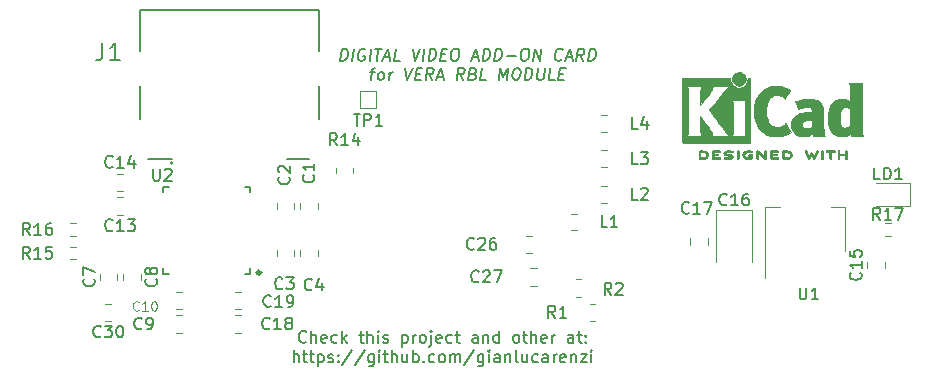
<source format=gto>
%TF.GenerationSoftware,KiCad,Pcbnew,5.1.9+dfsg1-1+deb11u1*%
%TF.CreationDate,2025-10-29T09:53:25+01:00*%
%TF.ProjectId,VERA--HDMI-Expansion,56455241-2d58-4452-9d48-444d492d4578,1.1*%
%TF.SameCoordinates,Original*%
%TF.FileFunction,Legend,Top*%
%TF.FilePolarity,Positive*%
%FSLAX46Y46*%
G04 Gerber Fmt 4.6, Leading zero omitted, Abs format (unit mm)*
G04 Created by KiCad (PCBNEW 5.1.9+dfsg1-1+deb11u1) date 2025-10-29 09:53:25*
%MOMM*%
%LPD*%
G01*
G04 APERTURE LIST*
%ADD10C,0.150000*%
%ADD11C,0.120000*%
%ADD12C,0.300000*%
%ADD13C,0.152400*%
%ADD14C,0.010000*%
%ADD15C,0.100000*%
%ADD16C,0.200000*%
G04 APERTURE END LIST*
D10*
X142252380Y-102882142D02*
X142204761Y-102929761D01*
X142061904Y-102977380D01*
X141966666Y-102977380D01*
X141823809Y-102929761D01*
X141728571Y-102834523D01*
X141680952Y-102739285D01*
X141633333Y-102548809D01*
X141633333Y-102405952D01*
X141680952Y-102215476D01*
X141728571Y-102120238D01*
X141823809Y-102025000D01*
X141966666Y-101977380D01*
X142061904Y-101977380D01*
X142204761Y-102025000D01*
X142252380Y-102072619D01*
X142680952Y-102977380D02*
X142680952Y-101977380D01*
X143109523Y-102977380D02*
X143109523Y-102453571D01*
X143061904Y-102358333D01*
X142966666Y-102310714D01*
X142823809Y-102310714D01*
X142728571Y-102358333D01*
X142680952Y-102405952D01*
X143966666Y-102929761D02*
X143871428Y-102977380D01*
X143680952Y-102977380D01*
X143585714Y-102929761D01*
X143538095Y-102834523D01*
X143538095Y-102453571D01*
X143585714Y-102358333D01*
X143680952Y-102310714D01*
X143871428Y-102310714D01*
X143966666Y-102358333D01*
X144014285Y-102453571D01*
X144014285Y-102548809D01*
X143538095Y-102644047D01*
X144871428Y-102929761D02*
X144776190Y-102977380D01*
X144585714Y-102977380D01*
X144490476Y-102929761D01*
X144442857Y-102882142D01*
X144395238Y-102786904D01*
X144395238Y-102501190D01*
X144442857Y-102405952D01*
X144490476Y-102358333D01*
X144585714Y-102310714D01*
X144776190Y-102310714D01*
X144871428Y-102358333D01*
X145300000Y-102977380D02*
X145300000Y-101977380D01*
X145395238Y-102596428D02*
X145680952Y-102977380D01*
X145680952Y-102310714D02*
X145300000Y-102691666D01*
X146728571Y-102310714D02*
X147109523Y-102310714D01*
X146871428Y-101977380D02*
X146871428Y-102834523D01*
X146919047Y-102929761D01*
X147014285Y-102977380D01*
X147109523Y-102977380D01*
X147442857Y-102977380D02*
X147442857Y-101977380D01*
X147871428Y-102977380D02*
X147871428Y-102453571D01*
X147823809Y-102358333D01*
X147728571Y-102310714D01*
X147585714Y-102310714D01*
X147490476Y-102358333D01*
X147442857Y-102405952D01*
X148347619Y-102977380D02*
X148347619Y-102310714D01*
X148347619Y-101977380D02*
X148300000Y-102025000D01*
X148347619Y-102072619D01*
X148395238Y-102025000D01*
X148347619Y-101977380D01*
X148347619Y-102072619D01*
X148776190Y-102929761D02*
X148871428Y-102977380D01*
X149061904Y-102977380D01*
X149157142Y-102929761D01*
X149204761Y-102834523D01*
X149204761Y-102786904D01*
X149157142Y-102691666D01*
X149061904Y-102644047D01*
X148919047Y-102644047D01*
X148823809Y-102596428D01*
X148776190Y-102501190D01*
X148776190Y-102453571D01*
X148823809Y-102358333D01*
X148919047Y-102310714D01*
X149061904Y-102310714D01*
X149157142Y-102358333D01*
X150395238Y-102310714D02*
X150395238Y-103310714D01*
X150395238Y-102358333D02*
X150490476Y-102310714D01*
X150680952Y-102310714D01*
X150776190Y-102358333D01*
X150823809Y-102405952D01*
X150871428Y-102501190D01*
X150871428Y-102786904D01*
X150823809Y-102882142D01*
X150776190Y-102929761D01*
X150680952Y-102977380D01*
X150490476Y-102977380D01*
X150395238Y-102929761D01*
X151300000Y-102977380D02*
X151300000Y-102310714D01*
X151300000Y-102501190D02*
X151347619Y-102405952D01*
X151395238Y-102358333D01*
X151490476Y-102310714D01*
X151585714Y-102310714D01*
X152061904Y-102977380D02*
X151966666Y-102929761D01*
X151919047Y-102882142D01*
X151871428Y-102786904D01*
X151871428Y-102501190D01*
X151919047Y-102405952D01*
X151966666Y-102358333D01*
X152061904Y-102310714D01*
X152204761Y-102310714D01*
X152300000Y-102358333D01*
X152347619Y-102405952D01*
X152395238Y-102501190D01*
X152395238Y-102786904D01*
X152347619Y-102882142D01*
X152300000Y-102929761D01*
X152204761Y-102977380D01*
X152061904Y-102977380D01*
X152823809Y-102310714D02*
X152823809Y-103167857D01*
X152776190Y-103263095D01*
X152680952Y-103310714D01*
X152633333Y-103310714D01*
X152823809Y-101977380D02*
X152776190Y-102025000D01*
X152823809Y-102072619D01*
X152871428Y-102025000D01*
X152823809Y-101977380D01*
X152823809Y-102072619D01*
X153680952Y-102929761D02*
X153585714Y-102977380D01*
X153395238Y-102977380D01*
X153300000Y-102929761D01*
X153252380Y-102834523D01*
X153252380Y-102453571D01*
X153300000Y-102358333D01*
X153395238Y-102310714D01*
X153585714Y-102310714D01*
X153680952Y-102358333D01*
X153728571Y-102453571D01*
X153728571Y-102548809D01*
X153252380Y-102644047D01*
X154585714Y-102929761D02*
X154490476Y-102977380D01*
X154300000Y-102977380D01*
X154204761Y-102929761D01*
X154157142Y-102882142D01*
X154109523Y-102786904D01*
X154109523Y-102501190D01*
X154157142Y-102405952D01*
X154204761Y-102358333D01*
X154300000Y-102310714D01*
X154490476Y-102310714D01*
X154585714Y-102358333D01*
X154871428Y-102310714D02*
X155252380Y-102310714D01*
X155014285Y-101977380D02*
X155014285Y-102834523D01*
X155061904Y-102929761D01*
X155157142Y-102977380D01*
X155252380Y-102977380D01*
X156776190Y-102977380D02*
X156776190Y-102453571D01*
X156728571Y-102358333D01*
X156633333Y-102310714D01*
X156442857Y-102310714D01*
X156347619Y-102358333D01*
X156776190Y-102929761D02*
X156680952Y-102977380D01*
X156442857Y-102977380D01*
X156347619Y-102929761D01*
X156300000Y-102834523D01*
X156300000Y-102739285D01*
X156347619Y-102644047D01*
X156442857Y-102596428D01*
X156680952Y-102596428D01*
X156776190Y-102548809D01*
X157252380Y-102310714D02*
X157252380Y-102977380D01*
X157252380Y-102405952D02*
X157300000Y-102358333D01*
X157395238Y-102310714D01*
X157538095Y-102310714D01*
X157633333Y-102358333D01*
X157680952Y-102453571D01*
X157680952Y-102977380D01*
X158585714Y-102977380D02*
X158585714Y-101977380D01*
X158585714Y-102929761D02*
X158490476Y-102977380D01*
X158300000Y-102977380D01*
X158204761Y-102929761D01*
X158157142Y-102882142D01*
X158109523Y-102786904D01*
X158109523Y-102501190D01*
X158157142Y-102405952D01*
X158204761Y-102358333D01*
X158300000Y-102310714D01*
X158490476Y-102310714D01*
X158585714Y-102358333D01*
X159966666Y-102977380D02*
X159871428Y-102929761D01*
X159823809Y-102882142D01*
X159776190Y-102786904D01*
X159776190Y-102501190D01*
X159823809Y-102405952D01*
X159871428Y-102358333D01*
X159966666Y-102310714D01*
X160109523Y-102310714D01*
X160204761Y-102358333D01*
X160252380Y-102405952D01*
X160300000Y-102501190D01*
X160300000Y-102786904D01*
X160252380Y-102882142D01*
X160204761Y-102929761D01*
X160109523Y-102977380D01*
X159966666Y-102977380D01*
X160585714Y-102310714D02*
X160966666Y-102310714D01*
X160728571Y-101977380D02*
X160728571Y-102834523D01*
X160776190Y-102929761D01*
X160871428Y-102977380D01*
X160966666Y-102977380D01*
X161300000Y-102977380D02*
X161300000Y-101977380D01*
X161728571Y-102977380D02*
X161728571Y-102453571D01*
X161680952Y-102358333D01*
X161585714Y-102310714D01*
X161442857Y-102310714D01*
X161347619Y-102358333D01*
X161300000Y-102405952D01*
X162585714Y-102929761D02*
X162490476Y-102977380D01*
X162299999Y-102977380D01*
X162204761Y-102929761D01*
X162157142Y-102834523D01*
X162157142Y-102453571D01*
X162204761Y-102358333D01*
X162299999Y-102310714D01*
X162490476Y-102310714D01*
X162585714Y-102358333D01*
X162633333Y-102453571D01*
X162633333Y-102548809D01*
X162157142Y-102644047D01*
X163061904Y-102977380D02*
X163061904Y-102310714D01*
X163061904Y-102501190D02*
X163109523Y-102405952D01*
X163157142Y-102358333D01*
X163252380Y-102310714D01*
X163347619Y-102310714D01*
X164871428Y-102977380D02*
X164871428Y-102453571D01*
X164823809Y-102358333D01*
X164728571Y-102310714D01*
X164538095Y-102310714D01*
X164442857Y-102358333D01*
X164871428Y-102929761D02*
X164776190Y-102977380D01*
X164538095Y-102977380D01*
X164442857Y-102929761D01*
X164395238Y-102834523D01*
X164395238Y-102739285D01*
X164442857Y-102644047D01*
X164538095Y-102596428D01*
X164776190Y-102596428D01*
X164871428Y-102548809D01*
X165204761Y-102310714D02*
X165585714Y-102310714D01*
X165347619Y-101977380D02*
X165347619Y-102834523D01*
X165395238Y-102929761D01*
X165490476Y-102977380D01*
X165585714Y-102977380D01*
X165919047Y-102882142D02*
X165966666Y-102929761D01*
X165919047Y-102977380D01*
X165871428Y-102929761D01*
X165919047Y-102882142D01*
X165919047Y-102977380D01*
X165919047Y-102358333D02*
X165966666Y-102405952D01*
X165919047Y-102453571D01*
X165871428Y-102405952D01*
X165919047Y-102358333D01*
X165919047Y-102453571D01*
X141204761Y-104627380D02*
X141204761Y-103627380D01*
X141633333Y-104627380D02*
X141633333Y-104103571D01*
X141585714Y-104008333D01*
X141490476Y-103960714D01*
X141347619Y-103960714D01*
X141252380Y-104008333D01*
X141204761Y-104055952D01*
X141966666Y-103960714D02*
X142347619Y-103960714D01*
X142109523Y-103627380D02*
X142109523Y-104484523D01*
X142157142Y-104579761D01*
X142252380Y-104627380D01*
X142347619Y-104627380D01*
X142538095Y-103960714D02*
X142919047Y-103960714D01*
X142680952Y-103627380D02*
X142680952Y-104484523D01*
X142728571Y-104579761D01*
X142823809Y-104627380D01*
X142919047Y-104627380D01*
X143252380Y-103960714D02*
X143252380Y-104960714D01*
X143252380Y-104008333D02*
X143347619Y-103960714D01*
X143538095Y-103960714D01*
X143633333Y-104008333D01*
X143680952Y-104055952D01*
X143728571Y-104151190D01*
X143728571Y-104436904D01*
X143680952Y-104532142D01*
X143633333Y-104579761D01*
X143538095Y-104627380D01*
X143347619Y-104627380D01*
X143252380Y-104579761D01*
X144109523Y-104579761D02*
X144204761Y-104627380D01*
X144395238Y-104627380D01*
X144490476Y-104579761D01*
X144538095Y-104484523D01*
X144538095Y-104436904D01*
X144490476Y-104341666D01*
X144395238Y-104294047D01*
X144252380Y-104294047D01*
X144157142Y-104246428D01*
X144109523Y-104151190D01*
X144109523Y-104103571D01*
X144157142Y-104008333D01*
X144252380Y-103960714D01*
X144395238Y-103960714D01*
X144490476Y-104008333D01*
X144966666Y-104532142D02*
X145014285Y-104579761D01*
X144966666Y-104627380D01*
X144919047Y-104579761D01*
X144966666Y-104532142D01*
X144966666Y-104627380D01*
X144966666Y-104008333D02*
X145014285Y-104055952D01*
X144966666Y-104103571D01*
X144919047Y-104055952D01*
X144966666Y-104008333D01*
X144966666Y-104103571D01*
X146157142Y-103579761D02*
X145300000Y-104865476D01*
X147204761Y-103579761D02*
X146347619Y-104865476D01*
X147966666Y-103960714D02*
X147966666Y-104770238D01*
X147919047Y-104865476D01*
X147871428Y-104913095D01*
X147776190Y-104960714D01*
X147633333Y-104960714D01*
X147538095Y-104913095D01*
X147966666Y-104579761D02*
X147871428Y-104627380D01*
X147680952Y-104627380D01*
X147585714Y-104579761D01*
X147538095Y-104532142D01*
X147490476Y-104436904D01*
X147490476Y-104151190D01*
X147538095Y-104055952D01*
X147585714Y-104008333D01*
X147680952Y-103960714D01*
X147871428Y-103960714D01*
X147966666Y-104008333D01*
X148442857Y-104627380D02*
X148442857Y-103960714D01*
X148442857Y-103627380D02*
X148395238Y-103675000D01*
X148442857Y-103722619D01*
X148490476Y-103675000D01*
X148442857Y-103627380D01*
X148442857Y-103722619D01*
X148776190Y-103960714D02*
X149157142Y-103960714D01*
X148919047Y-103627380D02*
X148919047Y-104484523D01*
X148966666Y-104579761D01*
X149061904Y-104627380D01*
X149157142Y-104627380D01*
X149490476Y-104627380D02*
X149490476Y-103627380D01*
X149919047Y-104627380D02*
X149919047Y-104103571D01*
X149871428Y-104008333D01*
X149776190Y-103960714D01*
X149633333Y-103960714D01*
X149538095Y-104008333D01*
X149490476Y-104055952D01*
X150823809Y-103960714D02*
X150823809Y-104627380D01*
X150395238Y-103960714D02*
X150395238Y-104484523D01*
X150442857Y-104579761D01*
X150538095Y-104627380D01*
X150680952Y-104627380D01*
X150776190Y-104579761D01*
X150823809Y-104532142D01*
X151300000Y-104627380D02*
X151300000Y-103627380D01*
X151300000Y-104008333D02*
X151395238Y-103960714D01*
X151585714Y-103960714D01*
X151680952Y-104008333D01*
X151728571Y-104055952D01*
X151776190Y-104151190D01*
X151776190Y-104436904D01*
X151728571Y-104532142D01*
X151680952Y-104579761D01*
X151585714Y-104627380D01*
X151395238Y-104627380D01*
X151300000Y-104579761D01*
X152204761Y-104532142D02*
X152252380Y-104579761D01*
X152204761Y-104627380D01*
X152157142Y-104579761D01*
X152204761Y-104532142D01*
X152204761Y-104627380D01*
X153109523Y-104579761D02*
X153014285Y-104627380D01*
X152823809Y-104627380D01*
X152728571Y-104579761D01*
X152680952Y-104532142D01*
X152633333Y-104436904D01*
X152633333Y-104151190D01*
X152680952Y-104055952D01*
X152728571Y-104008333D01*
X152823809Y-103960714D01*
X153014285Y-103960714D01*
X153109523Y-104008333D01*
X153680952Y-104627380D02*
X153585714Y-104579761D01*
X153538095Y-104532142D01*
X153490476Y-104436904D01*
X153490476Y-104151190D01*
X153538095Y-104055952D01*
X153585714Y-104008333D01*
X153680952Y-103960714D01*
X153823809Y-103960714D01*
X153919047Y-104008333D01*
X153966666Y-104055952D01*
X154014285Y-104151190D01*
X154014285Y-104436904D01*
X153966666Y-104532142D01*
X153919047Y-104579761D01*
X153823809Y-104627380D01*
X153680952Y-104627380D01*
X154442857Y-104627380D02*
X154442857Y-103960714D01*
X154442857Y-104055952D02*
X154490476Y-104008333D01*
X154585714Y-103960714D01*
X154728571Y-103960714D01*
X154823809Y-104008333D01*
X154871428Y-104103571D01*
X154871428Y-104627380D01*
X154871428Y-104103571D02*
X154919047Y-104008333D01*
X155014285Y-103960714D01*
X155157142Y-103960714D01*
X155252380Y-104008333D01*
X155300000Y-104103571D01*
X155300000Y-104627380D01*
X156490476Y-103579761D02*
X155633333Y-104865476D01*
X157252380Y-103960714D02*
X157252380Y-104770238D01*
X157204761Y-104865476D01*
X157157142Y-104913095D01*
X157061904Y-104960714D01*
X156919047Y-104960714D01*
X156823809Y-104913095D01*
X157252380Y-104579761D02*
X157157142Y-104627380D01*
X156966666Y-104627380D01*
X156871428Y-104579761D01*
X156823809Y-104532142D01*
X156776190Y-104436904D01*
X156776190Y-104151190D01*
X156823809Y-104055952D01*
X156871428Y-104008333D01*
X156966666Y-103960714D01*
X157157142Y-103960714D01*
X157252380Y-104008333D01*
X157728571Y-104627380D02*
X157728571Y-103960714D01*
X157728571Y-103627380D02*
X157680952Y-103675000D01*
X157728571Y-103722619D01*
X157776190Y-103675000D01*
X157728571Y-103627380D01*
X157728571Y-103722619D01*
X158633333Y-104627380D02*
X158633333Y-104103571D01*
X158585714Y-104008333D01*
X158490476Y-103960714D01*
X158300000Y-103960714D01*
X158204761Y-104008333D01*
X158633333Y-104579761D02*
X158538095Y-104627380D01*
X158300000Y-104627380D01*
X158204761Y-104579761D01*
X158157142Y-104484523D01*
X158157142Y-104389285D01*
X158204761Y-104294047D01*
X158300000Y-104246428D01*
X158538095Y-104246428D01*
X158633333Y-104198809D01*
X159109523Y-103960714D02*
X159109523Y-104627380D01*
X159109523Y-104055952D02*
X159157142Y-104008333D01*
X159252380Y-103960714D01*
X159395238Y-103960714D01*
X159490476Y-104008333D01*
X159538095Y-104103571D01*
X159538095Y-104627380D01*
X160157142Y-104627380D02*
X160061904Y-104579761D01*
X160014285Y-104484523D01*
X160014285Y-103627380D01*
X160966666Y-103960714D02*
X160966666Y-104627380D01*
X160538095Y-103960714D02*
X160538095Y-104484523D01*
X160585714Y-104579761D01*
X160680952Y-104627380D01*
X160823809Y-104627380D01*
X160919047Y-104579761D01*
X160966666Y-104532142D01*
X161871428Y-104579761D02*
X161776190Y-104627380D01*
X161585714Y-104627380D01*
X161490476Y-104579761D01*
X161442857Y-104532142D01*
X161395238Y-104436904D01*
X161395238Y-104151190D01*
X161442857Y-104055952D01*
X161490476Y-104008333D01*
X161585714Y-103960714D01*
X161776190Y-103960714D01*
X161871428Y-104008333D01*
X162728571Y-104627380D02*
X162728571Y-104103571D01*
X162680952Y-104008333D01*
X162585714Y-103960714D01*
X162395238Y-103960714D01*
X162300000Y-104008333D01*
X162728571Y-104579761D02*
X162633333Y-104627380D01*
X162395238Y-104627380D01*
X162300000Y-104579761D01*
X162252380Y-104484523D01*
X162252380Y-104389285D01*
X162300000Y-104294047D01*
X162395238Y-104246428D01*
X162633333Y-104246428D01*
X162728571Y-104198809D01*
X163204761Y-104627380D02*
X163204761Y-103960714D01*
X163204761Y-104151190D02*
X163252380Y-104055952D01*
X163299999Y-104008333D01*
X163395238Y-103960714D01*
X163490476Y-103960714D01*
X164204761Y-104579761D02*
X164109523Y-104627380D01*
X163919047Y-104627380D01*
X163823809Y-104579761D01*
X163776190Y-104484523D01*
X163776190Y-104103571D01*
X163823809Y-104008333D01*
X163919047Y-103960714D01*
X164109523Y-103960714D01*
X164204761Y-104008333D01*
X164252380Y-104103571D01*
X164252380Y-104198809D01*
X163776190Y-104294047D01*
X164680952Y-103960714D02*
X164680952Y-104627380D01*
X164680952Y-104055952D02*
X164728571Y-104008333D01*
X164823809Y-103960714D01*
X164966666Y-103960714D01*
X165061904Y-104008333D01*
X165109523Y-104103571D01*
X165109523Y-104627380D01*
X165490476Y-103960714D02*
X166014285Y-103960714D01*
X165490476Y-104627380D01*
X166014285Y-104627380D01*
X166395238Y-104627380D02*
X166395238Y-103960714D01*
X166395238Y-103627380D02*
X166347619Y-103675000D01*
X166395238Y-103722619D01*
X166442857Y-103675000D01*
X166395238Y-103627380D01*
X166395238Y-103722619D01*
X145138110Y-79087380D02*
X145263110Y-78087380D01*
X145501205Y-78087380D01*
X145638110Y-78135000D01*
X145721443Y-78230238D01*
X145757157Y-78325476D01*
X145780967Y-78515952D01*
X145763110Y-78658809D01*
X145691681Y-78849285D01*
X145632157Y-78944523D01*
X145525014Y-79039761D01*
X145376205Y-79087380D01*
X145138110Y-79087380D01*
X146138110Y-79087380D02*
X146263110Y-78087380D01*
X147257157Y-78135000D02*
X147167872Y-78087380D01*
X147025014Y-78087380D01*
X146876205Y-78135000D01*
X146769062Y-78230238D01*
X146709538Y-78325476D01*
X146638110Y-78515952D01*
X146620252Y-78658809D01*
X146644062Y-78849285D01*
X146679776Y-78944523D01*
X146763110Y-79039761D01*
X146900014Y-79087380D01*
X146995252Y-79087380D01*
X147144062Y-79039761D01*
X147197633Y-78992142D01*
X147239300Y-78658809D01*
X147048824Y-78658809D01*
X147614300Y-79087380D02*
X147739300Y-78087380D01*
X148072633Y-78087380D02*
X148644062Y-78087380D01*
X148233348Y-79087380D02*
X148358348Y-78087380D01*
X148840491Y-78801666D02*
X149316681Y-78801666D01*
X148709538Y-79087380D02*
X149167872Y-78087380D01*
X149376205Y-79087380D01*
X150185729Y-79087380D02*
X149709538Y-79087380D01*
X149834538Y-78087380D01*
X151263110Y-78087380D02*
X151471443Y-79087380D01*
X151929776Y-78087380D01*
X152138110Y-79087380D02*
X152263110Y-78087380D01*
X152614300Y-79087380D02*
X152739300Y-78087380D01*
X152977395Y-78087380D01*
X153114300Y-78135000D01*
X153197633Y-78230238D01*
X153233348Y-78325476D01*
X153257157Y-78515952D01*
X153239300Y-78658809D01*
X153167872Y-78849285D01*
X153108348Y-78944523D01*
X153001205Y-79039761D01*
X152852395Y-79087380D01*
X152614300Y-79087380D01*
X153679776Y-78563571D02*
X154013110Y-78563571D01*
X154090491Y-79087380D02*
X153614300Y-79087380D01*
X153739300Y-78087380D01*
X154215491Y-78087380D01*
X154834538Y-78087380D02*
X155025014Y-78087380D01*
X155114300Y-78135000D01*
X155197633Y-78230238D01*
X155221443Y-78420714D01*
X155179776Y-78754047D01*
X155108348Y-78944523D01*
X155001205Y-79039761D01*
X154900014Y-79087380D01*
X154709538Y-79087380D01*
X154620252Y-79039761D01*
X154536919Y-78944523D01*
X154513110Y-78754047D01*
X154554776Y-78420714D01*
X154626205Y-78230238D01*
X154733348Y-78135000D01*
X154834538Y-78087380D01*
X156316681Y-78801666D02*
X156792872Y-78801666D01*
X156185729Y-79087380D02*
X156644062Y-78087380D01*
X156852395Y-79087380D01*
X157185729Y-79087380D02*
X157310729Y-78087380D01*
X157548824Y-78087380D01*
X157685729Y-78135000D01*
X157769062Y-78230238D01*
X157804776Y-78325476D01*
X157828586Y-78515952D01*
X157810729Y-78658809D01*
X157739300Y-78849285D01*
X157679776Y-78944523D01*
X157572633Y-79039761D01*
X157423824Y-79087380D01*
X157185729Y-79087380D01*
X158185729Y-79087380D02*
X158310729Y-78087380D01*
X158548824Y-78087380D01*
X158685729Y-78135000D01*
X158769062Y-78230238D01*
X158804776Y-78325476D01*
X158828586Y-78515952D01*
X158810729Y-78658809D01*
X158739300Y-78849285D01*
X158679776Y-78944523D01*
X158572633Y-79039761D01*
X158423824Y-79087380D01*
X158185729Y-79087380D01*
X159233348Y-78706428D02*
X159995252Y-78706428D01*
X160739300Y-78087380D02*
X160929776Y-78087380D01*
X161019062Y-78135000D01*
X161102395Y-78230238D01*
X161126205Y-78420714D01*
X161084538Y-78754047D01*
X161013110Y-78944523D01*
X160905967Y-79039761D01*
X160804776Y-79087380D01*
X160614300Y-79087380D01*
X160525014Y-79039761D01*
X160441681Y-78944523D01*
X160417872Y-78754047D01*
X160459538Y-78420714D01*
X160530967Y-78230238D01*
X160638110Y-78135000D01*
X160739300Y-78087380D01*
X161471443Y-79087380D02*
X161596443Y-78087380D01*
X162042872Y-79087380D01*
X162167872Y-78087380D01*
X163864300Y-78992142D02*
X163810729Y-79039761D01*
X163661919Y-79087380D01*
X163566681Y-79087380D01*
X163429776Y-79039761D01*
X163346443Y-78944523D01*
X163310729Y-78849285D01*
X163286919Y-78658809D01*
X163304776Y-78515952D01*
X163376205Y-78325476D01*
X163435729Y-78230238D01*
X163542872Y-78135000D01*
X163691681Y-78087380D01*
X163786919Y-78087380D01*
X163923824Y-78135000D01*
X163965491Y-78182619D01*
X164269062Y-78801666D02*
X164745252Y-78801666D01*
X164138110Y-79087380D02*
X164596443Y-78087380D01*
X164804776Y-79087380D01*
X165709538Y-79087380D02*
X165435729Y-78611190D01*
X165138110Y-79087380D02*
X165263110Y-78087380D01*
X165644062Y-78087380D01*
X165733348Y-78135000D01*
X165775014Y-78182619D01*
X165810729Y-78277857D01*
X165792872Y-78420714D01*
X165733348Y-78515952D01*
X165679776Y-78563571D01*
X165578586Y-78611190D01*
X165197633Y-78611190D01*
X166138110Y-79087380D02*
X166263110Y-78087380D01*
X166501205Y-78087380D01*
X166638110Y-78135000D01*
X166721443Y-78230238D01*
X166757157Y-78325476D01*
X166780967Y-78515952D01*
X166763110Y-78658809D01*
X166691681Y-78849285D01*
X166632157Y-78944523D01*
X166525014Y-79039761D01*
X166376205Y-79087380D01*
X166138110Y-79087380D01*
X147697633Y-80070714D02*
X148078586Y-80070714D01*
X147757157Y-80737380D02*
X147864300Y-79880238D01*
X147923824Y-79785000D01*
X148025014Y-79737380D01*
X148120252Y-79737380D01*
X148471443Y-80737380D02*
X148382157Y-80689761D01*
X148340491Y-80642142D01*
X148304776Y-80546904D01*
X148340491Y-80261190D01*
X148400014Y-80165952D01*
X148453586Y-80118333D01*
X148554776Y-80070714D01*
X148697633Y-80070714D01*
X148786919Y-80118333D01*
X148828586Y-80165952D01*
X148864300Y-80261190D01*
X148828586Y-80546904D01*
X148769062Y-80642142D01*
X148715491Y-80689761D01*
X148614300Y-80737380D01*
X148471443Y-80737380D01*
X149233348Y-80737380D02*
X149316681Y-80070714D01*
X149292872Y-80261190D02*
X149352395Y-80165952D01*
X149405967Y-80118333D01*
X149507157Y-80070714D01*
X149602395Y-80070714D01*
X150596443Y-79737380D02*
X150804776Y-80737380D01*
X151263110Y-79737380D01*
X151536919Y-80213571D02*
X151870252Y-80213571D01*
X151947633Y-80737380D02*
X151471443Y-80737380D01*
X151596443Y-79737380D01*
X152072633Y-79737380D01*
X152947633Y-80737380D02*
X152673824Y-80261190D01*
X152376205Y-80737380D02*
X152501205Y-79737380D01*
X152882157Y-79737380D01*
X152971443Y-79785000D01*
X153013110Y-79832619D01*
X153048824Y-79927857D01*
X153030967Y-80070714D01*
X152971443Y-80165952D01*
X152917872Y-80213571D01*
X152816681Y-80261190D01*
X152435729Y-80261190D01*
X153364300Y-80451666D02*
X153840491Y-80451666D01*
X153233348Y-80737380D02*
X153691681Y-79737380D01*
X153900014Y-80737380D01*
X155566681Y-80737380D02*
X155292872Y-80261190D01*
X154995252Y-80737380D02*
X155120252Y-79737380D01*
X155501205Y-79737380D01*
X155590491Y-79785000D01*
X155632157Y-79832619D01*
X155667872Y-79927857D01*
X155650014Y-80070714D01*
X155590491Y-80165952D01*
X155536919Y-80213571D01*
X155435729Y-80261190D01*
X155054776Y-80261190D01*
X156394062Y-80213571D02*
X156530967Y-80261190D01*
X156572633Y-80308809D01*
X156608348Y-80404047D01*
X156590491Y-80546904D01*
X156530967Y-80642142D01*
X156477395Y-80689761D01*
X156376205Y-80737380D01*
X155995252Y-80737380D01*
X156120252Y-79737380D01*
X156453586Y-79737380D01*
X156542872Y-79785000D01*
X156584538Y-79832619D01*
X156620252Y-79927857D01*
X156608348Y-80023095D01*
X156548824Y-80118333D01*
X156495252Y-80165952D01*
X156394062Y-80213571D01*
X156060729Y-80213571D01*
X157471443Y-80737380D02*
X156995252Y-80737380D01*
X157120252Y-79737380D01*
X158566681Y-80737380D02*
X158691681Y-79737380D01*
X158935729Y-80451666D01*
X159358348Y-79737380D01*
X159233348Y-80737380D01*
X160025014Y-79737380D02*
X160215491Y-79737380D01*
X160304776Y-79785000D01*
X160388110Y-79880238D01*
X160411919Y-80070714D01*
X160370252Y-80404047D01*
X160298824Y-80594523D01*
X160191681Y-80689761D01*
X160090491Y-80737380D01*
X159900014Y-80737380D01*
X159810729Y-80689761D01*
X159727395Y-80594523D01*
X159703586Y-80404047D01*
X159745252Y-80070714D01*
X159816681Y-79880238D01*
X159923824Y-79785000D01*
X160025014Y-79737380D01*
X160757157Y-80737380D02*
X160882157Y-79737380D01*
X161120252Y-79737380D01*
X161257157Y-79785000D01*
X161340491Y-79880238D01*
X161376205Y-79975476D01*
X161400014Y-80165952D01*
X161382157Y-80308809D01*
X161310729Y-80499285D01*
X161251205Y-80594523D01*
X161144062Y-80689761D01*
X160995252Y-80737380D01*
X160757157Y-80737380D01*
X161882157Y-79737380D02*
X161780967Y-80546904D01*
X161816681Y-80642142D01*
X161858348Y-80689761D01*
X161947633Y-80737380D01*
X162138110Y-80737380D01*
X162239300Y-80689761D01*
X162292872Y-80642142D01*
X162352395Y-80546904D01*
X162453586Y-79737380D01*
X163280967Y-80737380D02*
X162804776Y-80737380D01*
X162929776Y-79737380D01*
X163679776Y-80213571D02*
X164013110Y-80213571D01*
X164090491Y-80737380D02*
X163614300Y-80737380D01*
X163739300Y-79737380D01*
X164215491Y-79737380D01*
D11*
%TO.C,C1*%
X141765000Y-91661252D02*
X141765000Y-91138748D01*
X143235000Y-91661252D02*
X143235000Y-91138748D01*
%TO.C,C2*%
X139765000Y-91661252D02*
X139765000Y-91138748D01*
X141235000Y-91661252D02*
X141235000Y-91138748D01*
%TO.C,C3*%
X139765000Y-95661252D02*
X139765000Y-95138748D01*
X141235000Y-95661252D02*
X141235000Y-95138748D01*
%TO.C,C4*%
X141765000Y-95661252D02*
X141765000Y-95138748D01*
X143235000Y-95661252D02*
X143235000Y-95138748D01*
%TO.C,C7*%
X126235000Y-97138748D02*
X126235000Y-97661252D01*
X124765000Y-97138748D02*
X124765000Y-97661252D01*
%TO.C,C8*%
X128235000Y-97138748D02*
X128235000Y-97661252D01*
X126765000Y-97138748D02*
X126765000Y-97661252D01*
%TO.C,C9*%
X131761252Y-102135000D02*
X131238748Y-102135000D01*
X131761252Y-100665000D02*
X131238748Y-100665000D01*
%TO.C,C10*%
X131761252Y-100135000D02*
X131238748Y-100135000D01*
X131761252Y-98665000D02*
X131238748Y-98665000D01*
%TO.C,C13*%
X126761252Y-92135000D02*
X126238748Y-92135000D01*
X126761252Y-90665000D02*
X126238748Y-90665000D01*
%TO.C,C14*%
X126761252Y-90135000D02*
X126238748Y-90135000D01*
X126761252Y-88665000D02*
X126238748Y-88665000D01*
%TO.C,C15*%
X189765000Y-96661252D02*
X189765000Y-96138748D01*
X191235000Y-96661252D02*
X191235000Y-96138748D01*
%TO.C,C16*%
X180010000Y-96150000D02*
X180010000Y-91765000D01*
X180010000Y-91765000D02*
X176990000Y-91765000D01*
X176990000Y-91765000D02*
X176990000Y-96150000D01*
%TO.C,C17*%
X176235000Y-94138748D02*
X176235000Y-94661252D01*
X174765000Y-94138748D02*
X174765000Y-94661252D01*
%TO.C,C18*%
X136238748Y-100665000D02*
X136761252Y-100665000D01*
X136238748Y-102135000D02*
X136761252Y-102135000D01*
%TO.C,C19*%
X136238748Y-98665000D02*
X136761252Y-98665000D01*
X136238748Y-100135000D02*
X136761252Y-100135000D01*
%TO.C,C26*%
X160838748Y-93915000D02*
X161361252Y-93915000D01*
X160838748Y-95385000D02*
X161361252Y-95385000D01*
%TO.C,C27*%
X161238748Y-96665000D02*
X161761252Y-96665000D01*
X161238748Y-98135000D02*
X161761252Y-98135000D01*
%TO.C,C30*%
X125761252Y-101135000D02*
X125238748Y-101135000D01*
X125761252Y-99665000D02*
X125238748Y-99665000D01*
D10*
%TO.C,J1*%
X142500000Y-87400000D02*
X140600000Y-87400000D01*
X130900000Y-87400000D02*
X128900000Y-87400000D01*
X128200000Y-84000000D02*
X128200000Y-81200000D01*
X143300000Y-84000000D02*
X143300000Y-81200000D01*
X143300000Y-78300000D02*
X143300000Y-74800000D01*
X143300000Y-74800000D02*
X128200000Y-74800000D01*
X128200000Y-74800000D02*
X128200000Y-78300000D01*
X130963137Y-87760000D02*
G75*
G03*
X130963137Y-87760000I-113137J0D01*
G01*
D11*
%TO.C,L1*%
X165161252Y-93460000D02*
X164638748Y-93460000D01*
X165161252Y-92040000D02*
X164638748Y-92040000D01*
%TO.C,L2*%
X167761252Y-91110000D02*
X167238748Y-91110000D01*
X167761252Y-89690000D02*
X167238748Y-89690000D01*
%TO.C,L3*%
X167761252Y-88110000D02*
X167238748Y-88110000D01*
X167761252Y-86690000D02*
X167238748Y-86690000D01*
%TO.C,L4*%
X167761252Y-85110000D02*
X167238748Y-85110000D01*
X167761252Y-83690000D02*
X167238748Y-83690000D01*
%TO.C,R1*%
X166272936Y-99665000D02*
X166727064Y-99665000D01*
X166272936Y-101135000D02*
X166727064Y-101135000D01*
%TO.C,R2*%
X165072936Y-97615000D02*
X165527064Y-97615000D01*
X165072936Y-99085000D02*
X165527064Y-99085000D01*
%TO.C,R14*%
X144765000Y-88627064D02*
X144765000Y-88172936D01*
X146235000Y-88627064D02*
X146235000Y-88172936D01*
%TO.C,R15*%
X122245276Y-94877500D02*
X122754724Y-94877500D01*
X122245276Y-95922500D02*
X122754724Y-95922500D01*
%TO.C,R16*%
X122245276Y-92877500D02*
X122754724Y-92877500D01*
X122245276Y-93922500D02*
X122754724Y-93922500D01*
%TO.C,U1*%
X187910000Y-91490000D02*
X186650000Y-91490000D01*
X181090000Y-91490000D02*
X182350000Y-91490000D01*
X187910000Y-95250000D02*
X187910000Y-91490000D01*
X181090000Y-97500000D02*
X181090000Y-91490000D01*
D12*
%TO.C,U2*%
X138400000Y-97032900D02*
G75*
G03*
X138400000Y-97032900I-150000J0D01*
G01*
D13*
X137533000Y-89749900D02*
X137059740Y-89749900D01*
X130167000Y-89749900D02*
X130167000Y-90223160D01*
X130167000Y-97115900D02*
X130640260Y-97115900D01*
X137533000Y-97115900D02*
X137533000Y-96642640D01*
X137533000Y-90223160D02*
X137533000Y-89749900D01*
X130640260Y-89749900D02*
X130167000Y-89749900D01*
X130167000Y-96642640D02*
X130167000Y-97115900D01*
X137059740Y-97115900D02*
X137533000Y-97115900D01*
D11*
%TO.C,LD1*%
X190500000Y-91360000D02*
X193360000Y-91360000D01*
X193360000Y-91360000D02*
X193360000Y-89440000D01*
X193360000Y-89440000D02*
X190500000Y-89440000D01*
%TO.C,R17*%
X191754724Y-93922500D02*
X191245276Y-93922500D01*
X191754724Y-92877500D02*
X191245276Y-92877500D01*
%TO.C,TP1*%
X146800000Y-81700000D02*
X148200000Y-81700000D01*
X148200000Y-81700000D02*
X148200000Y-83100000D01*
X148200000Y-83100000D02*
X146800000Y-83100000D01*
X146800000Y-83100000D02*
X146800000Y-81700000D01*
D14*
%TO.C,LOGO1*%
G36*
X175794257Y-80533689D02*
G01*
X176058780Y-80533725D01*
X176181912Y-80533730D01*
X178152811Y-80533730D01*
X178152811Y-80649910D01*
X178165211Y-80791291D01*
X178202636Y-80921684D01*
X178265423Y-81041862D01*
X178353906Y-81152602D01*
X178383843Y-81182511D01*
X178491534Y-81267348D01*
X178610275Y-81329221D01*
X178736540Y-81368159D01*
X178866803Y-81384190D01*
X178997535Y-81377342D01*
X179125212Y-81347643D01*
X179246305Y-81295120D01*
X179357288Y-81219803D01*
X179407132Y-81174363D01*
X179500017Y-81062952D01*
X179568127Y-80940435D01*
X179610871Y-80808215D01*
X179627653Y-80667692D01*
X179627876Y-80653867D01*
X179628756Y-80533734D01*
X179681557Y-80533732D01*
X179728396Y-80540089D01*
X179771183Y-80555556D01*
X179774011Y-80557154D01*
X179783675Y-80562168D01*
X179792549Y-80566073D01*
X179800665Y-80570007D01*
X179808057Y-80575106D01*
X179814755Y-80582508D01*
X179820792Y-80593351D01*
X179826199Y-80608772D01*
X179831010Y-80629909D01*
X179835255Y-80657899D01*
X179838968Y-80693879D01*
X179842179Y-80738987D01*
X179844922Y-80794360D01*
X179847228Y-80861137D01*
X179849129Y-80940453D01*
X179850658Y-81033447D01*
X179851846Y-81141257D01*
X179852726Y-81265019D01*
X179853330Y-81405871D01*
X179853689Y-81564950D01*
X179853835Y-81743395D01*
X179853802Y-81942342D01*
X179853620Y-82162929D01*
X179853323Y-82406293D01*
X179852941Y-82673572D01*
X179852508Y-82965903D01*
X179852055Y-83284424D01*
X179852002Y-83323230D01*
X179851596Y-83643782D01*
X179851251Y-83938012D01*
X179850931Y-84207056D01*
X179850600Y-84452052D01*
X179850221Y-84674137D01*
X179849757Y-84874447D01*
X179849172Y-85054119D01*
X179848430Y-85214290D01*
X179847494Y-85356098D01*
X179846327Y-85480679D01*
X179844893Y-85589170D01*
X179843156Y-85682707D01*
X179841078Y-85762429D01*
X179838624Y-85829472D01*
X179835756Y-85884973D01*
X179832439Y-85930068D01*
X179828636Y-85965895D01*
X179824310Y-85993591D01*
X179819425Y-86014293D01*
X179813945Y-86029137D01*
X179807832Y-86039260D01*
X179801050Y-86045800D01*
X179793563Y-86049893D01*
X179785334Y-86052676D01*
X179776327Y-86055287D01*
X179766505Y-86058862D01*
X179764106Y-86059950D01*
X179756565Y-86062396D01*
X179743944Y-86064642D01*
X179725141Y-86066698D01*
X179699053Y-86068572D01*
X179664578Y-86070271D01*
X179620615Y-86071803D01*
X179566061Y-86073177D01*
X179499815Y-86074400D01*
X179420774Y-86075481D01*
X179327837Y-86076427D01*
X179219901Y-86077247D01*
X179095864Y-86077947D01*
X178954624Y-86078538D01*
X178795079Y-86079025D01*
X178616128Y-86079419D01*
X178416668Y-86079725D01*
X178195596Y-86079953D01*
X177951812Y-86080110D01*
X177684213Y-86080205D01*
X177391697Y-86080245D01*
X177073161Y-86080238D01*
X176969979Y-86080228D01*
X176644377Y-86080176D01*
X176345119Y-86080091D01*
X176071091Y-86079963D01*
X175821176Y-86079785D01*
X175594260Y-86079548D01*
X175389227Y-86079242D01*
X175204962Y-86078860D01*
X175040350Y-86078392D01*
X174894275Y-86077830D01*
X174765624Y-86077165D01*
X174653279Y-86076388D01*
X174556126Y-86075491D01*
X174473050Y-86074465D01*
X174402936Y-86073301D01*
X174344668Y-86071991D01*
X174297131Y-86070525D01*
X174259210Y-86068896D01*
X174229790Y-86067093D01*
X174207755Y-86065110D01*
X174191990Y-86062936D01*
X174181380Y-86060563D01*
X174175596Y-86058391D01*
X174165316Y-86054056D01*
X174155878Y-86050859D01*
X174147245Y-86047665D01*
X174139381Y-86043338D01*
X174132252Y-86036744D01*
X174125821Y-86026747D01*
X174120053Y-86012212D01*
X174114911Y-85992003D01*
X174110360Y-85964985D01*
X174106365Y-85930023D01*
X174102889Y-85885981D01*
X174099898Y-85831724D01*
X174097354Y-85766117D01*
X174095223Y-85688024D01*
X174093468Y-85596310D01*
X174092055Y-85489840D01*
X174091685Y-85448973D01*
X174458116Y-85448973D01*
X175753266Y-85448973D01*
X175728345Y-85411217D01*
X175703553Y-85372417D01*
X175682560Y-85335469D01*
X175665065Y-85297788D01*
X175650770Y-85256788D01*
X175639377Y-85209883D01*
X175630587Y-85154487D01*
X175624102Y-85088016D01*
X175619623Y-85007883D01*
X175616850Y-84911502D01*
X175615487Y-84796289D01*
X175615233Y-84659657D01*
X175615791Y-84499020D01*
X175616107Y-84439382D01*
X175619675Y-83800041D01*
X176024702Y-84351449D01*
X176139446Y-84507876D01*
X176238857Y-84644088D01*
X176324010Y-84761890D01*
X176395978Y-84863084D01*
X176455834Y-84949477D01*
X176504652Y-85022874D01*
X176543505Y-85085077D01*
X176573466Y-85137893D01*
X176595609Y-85183125D01*
X176611007Y-85222578D01*
X176620734Y-85258058D01*
X176625863Y-85291368D01*
X176627468Y-85324313D01*
X176626621Y-85358697D01*
X176626405Y-85363019D01*
X176621946Y-85449031D01*
X178041308Y-85448973D01*
X177935735Y-85342522D01*
X177907087Y-85313406D01*
X177879910Y-85285076D01*
X177853011Y-85255968D01*
X177825197Y-85224520D01*
X177795275Y-85189169D01*
X177762054Y-85148354D01*
X177724339Y-85100511D01*
X177680940Y-85044079D01*
X177630662Y-84977494D01*
X177572312Y-84899195D01*
X177504700Y-84807619D01*
X177426631Y-84701204D01*
X177336912Y-84578387D01*
X177234352Y-84437605D01*
X177117758Y-84277297D01*
X177022191Y-84145798D01*
X176902251Y-83980596D01*
X176797620Y-83836152D01*
X176707352Y-83711094D01*
X176630497Y-83604052D01*
X176566109Y-83513654D01*
X176513239Y-83438529D01*
X176470940Y-83377304D01*
X176438264Y-83328610D01*
X176414262Y-83291074D01*
X176397987Y-83263325D01*
X176388492Y-83243992D01*
X176384827Y-83231703D01*
X176385929Y-83225242D01*
X176399276Y-83208048D01*
X176428134Y-83171655D01*
X176470760Y-83118224D01*
X176525415Y-83049919D01*
X176590356Y-82968903D01*
X176663842Y-82877340D01*
X176744132Y-82777392D01*
X176829485Y-82671224D01*
X176918160Y-82560997D01*
X177008414Y-82448876D01*
X177058056Y-82387244D01*
X178290627Y-82387244D01*
X178341854Y-82479919D01*
X178393081Y-82572595D01*
X178393081Y-85263622D01*
X178341854Y-85356298D01*
X178290627Y-85448973D01*
X178896604Y-85448973D01*
X179041266Y-85448931D01*
X179160756Y-85448741D01*
X179257358Y-85448308D01*
X179333358Y-85447536D01*
X179391043Y-85446330D01*
X179432699Y-85444594D01*
X179460611Y-85442232D01*
X179477065Y-85439150D01*
X179484348Y-85435251D01*
X179484745Y-85430440D01*
X179480542Y-85424622D01*
X179480499Y-85424574D01*
X179463187Y-85399532D01*
X179440264Y-85358815D01*
X179420019Y-85318168D01*
X179381621Y-85236162D01*
X179373789Y-82387244D01*
X178290627Y-82387244D01*
X177058056Y-82387244D01*
X177098507Y-82337024D01*
X177186698Y-82227604D01*
X177271246Y-82122778D01*
X177350408Y-82024711D01*
X177422444Y-81935566D01*
X177485613Y-81857505D01*
X177538173Y-81792692D01*
X177578383Y-81743290D01*
X177602000Y-81714487D01*
X177693710Y-81606778D01*
X177781940Y-81509580D01*
X177863597Y-81426076D01*
X177935590Y-81359448D01*
X177986681Y-81318599D01*
X178047093Y-81275135D01*
X176657702Y-81275135D01*
X176658092Y-81356666D01*
X176654209Y-81416606D01*
X176639610Y-81472177D01*
X176617012Y-81524855D01*
X176602322Y-81554615D01*
X176586528Y-81584103D01*
X176568186Y-81615276D01*
X176545855Y-81650093D01*
X176518091Y-81690510D01*
X176483451Y-81738486D01*
X176440493Y-81795978D01*
X176387773Y-81864943D01*
X176323849Y-81947339D01*
X176247279Y-82045124D01*
X176156619Y-82160255D01*
X176050426Y-82294690D01*
X176038432Y-82309859D01*
X175619675Y-82839412D01*
X175615622Y-82252922D01*
X175614805Y-82077251D01*
X175614979Y-81928532D01*
X175616151Y-81806275D01*
X175618331Y-81709989D01*
X175621526Y-81639183D01*
X175625744Y-81593369D01*
X175627162Y-81584679D01*
X175649409Y-81493135D01*
X175678557Y-81410608D01*
X175711818Y-81344253D01*
X175731800Y-81316110D01*
X175766278Y-81275135D01*
X175112086Y-81275135D01*
X174956031Y-81275269D01*
X174825533Y-81275703D01*
X174718690Y-81276489D01*
X174633602Y-81277676D01*
X174568365Y-81279317D01*
X174521079Y-81281461D01*
X174489843Y-81284159D01*
X174472754Y-81287462D01*
X174467912Y-81291421D01*
X174468247Y-81292298D01*
X174482115Y-81313231D01*
X174505268Y-81346412D01*
X174517246Y-81363193D01*
X174529631Y-81379940D01*
X174540763Y-81394915D01*
X174550712Y-81409594D01*
X174559549Y-81425449D01*
X174567343Y-81443955D01*
X174574165Y-81466585D01*
X174580084Y-81494813D01*
X174585171Y-81530113D01*
X174589496Y-81573958D01*
X174593129Y-81627822D01*
X174596140Y-81693180D01*
X174598599Y-81771504D01*
X174600577Y-81864268D01*
X174602142Y-81972947D01*
X174603366Y-82099013D01*
X174604319Y-82243942D01*
X174605070Y-82409206D01*
X174605689Y-82596279D01*
X174606248Y-82806635D01*
X174606815Y-83041748D01*
X174607345Y-83257741D01*
X174607845Y-83498535D01*
X174608105Y-83728274D01*
X174608132Y-83945493D01*
X174607933Y-84148722D01*
X174607514Y-84336496D01*
X174606882Y-84507345D01*
X174606044Y-84659803D01*
X174605008Y-84792403D01*
X174603780Y-84903676D01*
X174602367Y-84992156D01*
X174600775Y-85056375D01*
X174599013Y-85094865D01*
X174598679Y-85098933D01*
X174586534Y-85192248D01*
X174567573Y-85267190D01*
X174538698Y-85332594D01*
X174496810Y-85397293D01*
X174491571Y-85404352D01*
X174458116Y-85448973D01*
X174091685Y-85448973D01*
X174090946Y-85367479D01*
X174090107Y-85228090D01*
X174089502Y-85070539D01*
X174089095Y-84893691D01*
X174088850Y-84696410D01*
X174088733Y-84477560D01*
X174088705Y-84236007D01*
X174088733Y-83970615D01*
X174088780Y-83680249D01*
X174088810Y-83363773D01*
X174088811Y-83300946D01*
X174088828Y-82981137D01*
X174088888Y-82687661D01*
X174088998Y-82419390D01*
X174089167Y-82175198D01*
X174089403Y-81953957D01*
X174089716Y-81754540D01*
X174090115Y-81575820D01*
X174090607Y-81416671D01*
X174091203Y-81275966D01*
X174091910Y-81152576D01*
X174092737Y-81045376D01*
X174093693Y-80953238D01*
X174094787Y-80875035D01*
X174096027Y-80809641D01*
X174097422Y-80755928D01*
X174098982Y-80712769D01*
X174100714Y-80679037D01*
X174102628Y-80653605D01*
X174104732Y-80635347D01*
X174107034Y-80623134D01*
X174109545Y-80615841D01*
X174109637Y-80615659D01*
X174114808Y-80604518D01*
X174119115Y-80594431D01*
X174123879Y-80585346D01*
X174130422Y-80577212D01*
X174140065Y-80569976D01*
X174154129Y-80563586D01*
X174173937Y-80557989D01*
X174200809Y-80553133D01*
X174236067Y-80548966D01*
X174281032Y-80545436D01*
X174337026Y-80542491D01*
X174405371Y-80540077D01*
X174487386Y-80538144D01*
X174584395Y-80536638D01*
X174697718Y-80535508D01*
X174828677Y-80534702D01*
X174978593Y-80534166D01*
X175148787Y-80533849D01*
X175340582Y-80533699D01*
X175555298Y-80533663D01*
X175794257Y-80533689D01*
G37*
X175794257Y-80533689D02*
X176058780Y-80533725D01*
X176181912Y-80533730D01*
X178152811Y-80533730D01*
X178152811Y-80649910D01*
X178165211Y-80791291D01*
X178202636Y-80921684D01*
X178265423Y-81041862D01*
X178353906Y-81152602D01*
X178383843Y-81182511D01*
X178491534Y-81267348D01*
X178610275Y-81329221D01*
X178736540Y-81368159D01*
X178866803Y-81384190D01*
X178997535Y-81377342D01*
X179125212Y-81347643D01*
X179246305Y-81295120D01*
X179357288Y-81219803D01*
X179407132Y-81174363D01*
X179500017Y-81062952D01*
X179568127Y-80940435D01*
X179610871Y-80808215D01*
X179627653Y-80667692D01*
X179627876Y-80653867D01*
X179628756Y-80533734D01*
X179681557Y-80533732D01*
X179728396Y-80540089D01*
X179771183Y-80555556D01*
X179774011Y-80557154D01*
X179783675Y-80562168D01*
X179792549Y-80566073D01*
X179800665Y-80570007D01*
X179808057Y-80575106D01*
X179814755Y-80582508D01*
X179820792Y-80593351D01*
X179826199Y-80608772D01*
X179831010Y-80629909D01*
X179835255Y-80657899D01*
X179838968Y-80693879D01*
X179842179Y-80738987D01*
X179844922Y-80794360D01*
X179847228Y-80861137D01*
X179849129Y-80940453D01*
X179850658Y-81033447D01*
X179851846Y-81141257D01*
X179852726Y-81265019D01*
X179853330Y-81405871D01*
X179853689Y-81564950D01*
X179853835Y-81743395D01*
X179853802Y-81942342D01*
X179853620Y-82162929D01*
X179853323Y-82406293D01*
X179852941Y-82673572D01*
X179852508Y-82965903D01*
X179852055Y-83284424D01*
X179852002Y-83323230D01*
X179851596Y-83643782D01*
X179851251Y-83938012D01*
X179850931Y-84207056D01*
X179850600Y-84452052D01*
X179850221Y-84674137D01*
X179849757Y-84874447D01*
X179849172Y-85054119D01*
X179848430Y-85214290D01*
X179847494Y-85356098D01*
X179846327Y-85480679D01*
X179844893Y-85589170D01*
X179843156Y-85682707D01*
X179841078Y-85762429D01*
X179838624Y-85829472D01*
X179835756Y-85884973D01*
X179832439Y-85930068D01*
X179828636Y-85965895D01*
X179824310Y-85993591D01*
X179819425Y-86014293D01*
X179813945Y-86029137D01*
X179807832Y-86039260D01*
X179801050Y-86045800D01*
X179793563Y-86049893D01*
X179785334Y-86052676D01*
X179776327Y-86055287D01*
X179766505Y-86058862D01*
X179764106Y-86059950D01*
X179756565Y-86062396D01*
X179743944Y-86064642D01*
X179725141Y-86066698D01*
X179699053Y-86068572D01*
X179664578Y-86070271D01*
X179620615Y-86071803D01*
X179566061Y-86073177D01*
X179499815Y-86074400D01*
X179420774Y-86075481D01*
X179327837Y-86076427D01*
X179219901Y-86077247D01*
X179095864Y-86077947D01*
X178954624Y-86078538D01*
X178795079Y-86079025D01*
X178616128Y-86079419D01*
X178416668Y-86079725D01*
X178195596Y-86079953D01*
X177951812Y-86080110D01*
X177684213Y-86080205D01*
X177391697Y-86080245D01*
X177073161Y-86080238D01*
X176969979Y-86080228D01*
X176644377Y-86080176D01*
X176345119Y-86080091D01*
X176071091Y-86079963D01*
X175821176Y-86079785D01*
X175594260Y-86079548D01*
X175389227Y-86079242D01*
X175204962Y-86078860D01*
X175040350Y-86078392D01*
X174894275Y-86077830D01*
X174765624Y-86077165D01*
X174653279Y-86076388D01*
X174556126Y-86075491D01*
X174473050Y-86074465D01*
X174402936Y-86073301D01*
X174344668Y-86071991D01*
X174297131Y-86070525D01*
X174259210Y-86068896D01*
X174229790Y-86067093D01*
X174207755Y-86065110D01*
X174191990Y-86062936D01*
X174181380Y-86060563D01*
X174175596Y-86058391D01*
X174165316Y-86054056D01*
X174155878Y-86050859D01*
X174147245Y-86047665D01*
X174139381Y-86043338D01*
X174132252Y-86036744D01*
X174125821Y-86026747D01*
X174120053Y-86012212D01*
X174114911Y-85992003D01*
X174110360Y-85964985D01*
X174106365Y-85930023D01*
X174102889Y-85885981D01*
X174099898Y-85831724D01*
X174097354Y-85766117D01*
X174095223Y-85688024D01*
X174093468Y-85596310D01*
X174092055Y-85489840D01*
X174091685Y-85448973D01*
X174458116Y-85448973D01*
X175753266Y-85448973D01*
X175728345Y-85411217D01*
X175703553Y-85372417D01*
X175682560Y-85335469D01*
X175665065Y-85297788D01*
X175650770Y-85256788D01*
X175639377Y-85209883D01*
X175630587Y-85154487D01*
X175624102Y-85088016D01*
X175619623Y-85007883D01*
X175616850Y-84911502D01*
X175615487Y-84796289D01*
X175615233Y-84659657D01*
X175615791Y-84499020D01*
X175616107Y-84439382D01*
X175619675Y-83800041D01*
X176024702Y-84351449D01*
X176139446Y-84507876D01*
X176238857Y-84644088D01*
X176324010Y-84761890D01*
X176395978Y-84863084D01*
X176455834Y-84949477D01*
X176504652Y-85022874D01*
X176543505Y-85085077D01*
X176573466Y-85137893D01*
X176595609Y-85183125D01*
X176611007Y-85222578D01*
X176620734Y-85258058D01*
X176625863Y-85291368D01*
X176627468Y-85324313D01*
X176626621Y-85358697D01*
X176626405Y-85363019D01*
X176621946Y-85449031D01*
X178041308Y-85448973D01*
X177935735Y-85342522D01*
X177907087Y-85313406D01*
X177879910Y-85285076D01*
X177853011Y-85255968D01*
X177825197Y-85224520D01*
X177795275Y-85189169D01*
X177762054Y-85148354D01*
X177724339Y-85100511D01*
X177680940Y-85044079D01*
X177630662Y-84977494D01*
X177572312Y-84899195D01*
X177504700Y-84807619D01*
X177426631Y-84701204D01*
X177336912Y-84578387D01*
X177234352Y-84437605D01*
X177117758Y-84277297D01*
X177022191Y-84145798D01*
X176902251Y-83980596D01*
X176797620Y-83836152D01*
X176707352Y-83711094D01*
X176630497Y-83604052D01*
X176566109Y-83513654D01*
X176513239Y-83438529D01*
X176470940Y-83377304D01*
X176438264Y-83328610D01*
X176414262Y-83291074D01*
X176397987Y-83263325D01*
X176388492Y-83243992D01*
X176384827Y-83231703D01*
X176385929Y-83225242D01*
X176399276Y-83208048D01*
X176428134Y-83171655D01*
X176470760Y-83118224D01*
X176525415Y-83049919D01*
X176590356Y-82968903D01*
X176663842Y-82877340D01*
X176744132Y-82777392D01*
X176829485Y-82671224D01*
X176918160Y-82560997D01*
X177008414Y-82448876D01*
X177058056Y-82387244D01*
X178290627Y-82387244D01*
X178341854Y-82479919D01*
X178393081Y-82572595D01*
X178393081Y-85263622D01*
X178341854Y-85356298D01*
X178290627Y-85448973D01*
X178896604Y-85448973D01*
X179041266Y-85448931D01*
X179160756Y-85448741D01*
X179257358Y-85448308D01*
X179333358Y-85447536D01*
X179391043Y-85446330D01*
X179432699Y-85444594D01*
X179460611Y-85442232D01*
X179477065Y-85439150D01*
X179484348Y-85435251D01*
X179484745Y-85430440D01*
X179480542Y-85424622D01*
X179480499Y-85424574D01*
X179463187Y-85399532D01*
X179440264Y-85358815D01*
X179420019Y-85318168D01*
X179381621Y-85236162D01*
X179373789Y-82387244D01*
X178290627Y-82387244D01*
X177058056Y-82387244D01*
X177098507Y-82337024D01*
X177186698Y-82227604D01*
X177271246Y-82122778D01*
X177350408Y-82024711D01*
X177422444Y-81935566D01*
X177485613Y-81857505D01*
X177538173Y-81792692D01*
X177578383Y-81743290D01*
X177602000Y-81714487D01*
X177693710Y-81606778D01*
X177781940Y-81509580D01*
X177863597Y-81426076D01*
X177935590Y-81359448D01*
X177986681Y-81318599D01*
X178047093Y-81275135D01*
X176657702Y-81275135D01*
X176658092Y-81356666D01*
X176654209Y-81416606D01*
X176639610Y-81472177D01*
X176617012Y-81524855D01*
X176602322Y-81554615D01*
X176586528Y-81584103D01*
X176568186Y-81615276D01*
X176545855Y-81650093D01*
X176518091Y-81690510D01*
X176483451Y-81738486D01*
X176440493Y-81795978D01*
X176387773Y-81864943D01*
X176323849Y-81947339D01*
X176247279Y-82045124D01*
X176156619Y-82160255D01*
X176050426Y-82294690D01*
X176038432Y-82309859D01*
X175619675Y-82839412D01*
X175615622Y-82252922D01*
X175614805Y-82077251D01*
X175614979Y-81928532D01*
X175616151Y-81806275D01*
X175618331Y-81709989D01*
X175621526Y-81639183D01*
X175625744Y-81593369D01*
X175627162Y-81584679D01*
X175649409Y-81493135D01*
X175678557Y-81410608D01*
X175711818Y-81344253D01*
X175731800Y-81316110D01*
X175766278Y-81275135D01*
X175112086Y-81275135D01*
X174956031Y-81275269D01*
X174825533Y-81275703D01*
X174718690Y-81276489D01*
X174633602Y-81277676D01*
X174568365Y-81279317D01*
X174521079Y-81281461D01*
X174489843Y-81284159D01*
X174472754Y-81287462D01*
X174467912Y-81291421D01*
X174468247Y-81292298D01*
X174482115Y-81313231D01*
X174505268Y-81346412D01*
X174517246Y-81363193D01*
X174529631Y-81379940D01*
X174540763Y-81394915D01*
X174550712Y-81409594D01*
X174559549Y-81425449D01*
X174567343Y-81443955D01*
X174574165Y-81466585D01*
X174580084Y-81494813D01*
X174585171Y-81530113D01*
X174589496Y-81573958D01*
X174593129Y-81627822D01*
X174596140Y-81693180D01*
X174598599Y-81771504D01*
X174600577Y-81864268D01*
X174602142Y-81972947D01*
X174603366Y-82099013D01*
X174604319Y-82243942D01*
X174605070Y-82409206D01*
X174605689Y-82596279D01*
X174606248Y-82806635D01*
X174606815Y-83041748D01*
X174607345Y-83257741D01*
X174607845Y-83498535D01*
X174608105Y-83728274D01*
X174608132Y-83945493D01*
X174607933Y-84148722D01*
X174607514Y-84336496D01*
X174606882Y-84507345D01*
X174606044Y-84659803D01*
X174605008Y-84792403D01*
X174603780Y-84903676D01*
X174602367Y-84992156D01*
X174600775Y-85056375D01*
X174599013Y-85094865D01*
X174598679Y-85098933D01*
X174586534Y-85192248D01*
X174567573Y-85267190D01*
X174538698Y-85332594D01*
X174496810Y-85397293D01*
X174491571Y-85404352D01*
X174458116Y-85448973D01*
X174091685Y-85448973D01*
X174090946Y-85367479D01*
X174090107Y-85228090D01*
X174089502Y-85070539D01*
X174089095Y-84893691D01*
X174088850Y-84696410D01*
X174088733Y-84477560D01*
X174088705Y-84236007D01*
X174088733Y-83970615D01*
X174088780Y-83680249D01*
X174088810Y-83363773D01*
X174088811Y-83300946D01*
X174088828Y-82981137D01*
X174088888Y-82687661D01*
X174088998Y-82419390D01*
X174089167Y-82175198D01*
X174089403Y-81953957D01*
X174089716Y-81754540D01*
X174090115Y-81575820D01*
X174090607Y-81416671D01*
X174091203Y-81275966D01*
X174091910Y-81152576D01*
X174092737Y-81045376D01*
X174093693Y-80953238D01*
X174094787Y-80875035D01*
X174096027Y-80809641D01*
X174097422Y-80755928D01*
X174098982Y-80712769D01*
X174100714Y-80679037D01*
X174102628Y-80653605D01*
X174104732Y-80635347D01*
X174107034Y-80623134D01*
X174109545Y-80615841D01*
X174109637Y-80615659D01*
X174114808Y-80604518D01*
X174119115Y-80594431D01*
X174123879Y-80585346D01*
X174130422Y-80577212D01*
X174140065Y-80569976D01*
X174154129Y-80563586D01*
X174173937Y-80557989D01*
X174200809Y-80553133D01*
X174236067Y-80548966D01*
X174281032Y-80545436D01*
X174337026Y-80542491D01*
X174405371Y-80540077D01*
X174487386Y-80538144D01*
X174584395Y-80536638D01*
X174697718Y-80535508D01*
X174828677Y-80534702D01*
X174978593Y-80534166D01*
X175148787Y-80533849D01*
X175340582Y-80533699D01*
X175555298Y-80533663D01*
X175794257Y-80533689D01*
G36*
X182189962Y-81220499D02*
G01*
X182338014Y-81236707D01*
X182481452Y-81265718D01*
X182626110Y-81309045D01*
X182777824Y-81368201D01*
X182942428Y-81444700D01*
X182972071Y-81459517D01*
X183040098Y-81493031D01*
X183104256Y-81523208D01*
X183158215Y-81547166D01*
X183195640Y-81562024D01*
X183201389Y-81563895D01*
X183256486Y-81580402D01*
X183009851Y-81939201D01*
X182949552Y-82026893D01*
X182894422Y-82107012D01*
X182846336Y-82176836D01*
X182807168Y-82233647D01*
X182778794Y-82274723D01*
X182763087Y-82297346D01*
X182760536Y-82300928D01*
X182750171Y-82293438D01*
X182724660Y-82270918D01*
X182688563Y-82237461D01*
X182668642Y-82218550D01*
X182555773Y-82128778D01*
X182429014Y-82060561D01*
X182319783Y-82023195D01*
X182254214Y-82011460D01*
X182172116Y-82004308D01*
X182083144Y-82001874D01*
X181996956Y-82004288D01*
X181923205Y-82011683D01*
X181893776Y-82017347D01*
X181761133Y-82062982D01*
X181641606Y-82132663D01*
X181535283Y-82226260D01*
X181442253Y-82343649D01*
X181362605Y-82484700D01*
X181296426Y-82649286D01*
X181243806Y-82837280D01*
X181212533Y-82998217D01*
X181204374Y-83069263D01*
X181198815Y-83161046D01*
X181195802Y-83266968D01*
X181195281Y-83380434D01*
X181197200Y-83494849D01*
X181201503Y-83603617D01*
X181208137Y-83700143D01*
X181217049Y-83777831D01*
X181218979Y-83789817D01*
X181261499Y-83982892D01*
X181319433Y-84153773D01*
X181393133Y-84303224D01*
X181482951Y-84432011D01*
X181546707Y-84501639D01*
X181661286Y-84596173D01*
X181786942Y-84666246D01*
X181921557Y-84711477D01*
X182063011Y-84731484D01*
X182209183Y-84725885D01*
X182357955Y-84694300D01*
X182445911Y-84663394D01*
X182567629Y-84601506D01*
X182693080Y-84512729D01*
X182763353Y-84452694D01*
X182802811Y-84417947D01*
X182833812Y-84392454D01*
X182851458Y-84380170D01*
X182853648Y-84379795D01*
X182861524Y-84392347D01*
X182881932Y-84425516D01*
X182913132Y-84476458D01*
X182953386Y-84542331D01*
X183000957Y-84620289D01*
X183054104Y-84707490D01*
X183083687Y-84756067D01*
X183309648Y-85127215D01*
X183027527Y-85266639D01*
X182925522Y-85316719D01*
X182842889Y-85356210D01*
X182774578Y-85387073D01*
X182715537Y-85411268D01*
X182660714Y-85430758D01*
X182605060Y-85447503D01*
X182543523Y-85463465D01*
X182484540Y-85477482D01*
X182432115Y-85488329D01*
X182377288Y-85496526D01*
X182314572Y-85502528D01*
X182238477Y-85506790D01*
X182143516Y-85509767D01*
X182079513Y-85511052D01*
X181988192Y-85511930D01*
X181900627Y-85511487D01*
X181822612Y-85509852D01*
X181759942Y-85507149D01*
X181718413Y-85503505D01*
X181715952Y-85503142D01*
X181500303Y-85456487D01*
X181297793Y-85385729D01*
X181108495Y-85290914D01*
X180932479Y-85172089D01*
X180769816Y-85029300D01*
X180620578Y-84862594D01*
X180512496Y-84714433D01*
X180397434Y-84520502D01*
X180304423Y-84315699D01*
X180233013Y-84098383D01*
X180182756Y-83866912D01*
X180153201Y-83619643D01*
X180143889Y-83368559D01*
X180151548Y-83125670D01*
X180175613Y-82901570D01*
X180216852Y-82692477D01*
X180276027Y-82494613D01*
X180353904Y-82304196D01*
X180363203Y-82284468D01*
X180465648Y-82100059D01*
X180591472Y-81924576D01*
X180737112Y-81761650D01*
X180899001Y-81614914D01*
X181073576Y-81488001D01*
X181236244Y-81394905D01*
X181400573Y-81321991D01*
X181565251Y-81269174D01*
X181736652Y-81235015D01*
X181921153Y-81218078D01*
X182031459Y-81215580D01*
X182189962Y-81220499D01*
G37*
X182189962Y-81220499D02*
X182338014Y-81236707D01*
X182481452Y-81265718D01*
X182626110Y-81309045D01*
X182777824Y-81368201D01*
X182942428Y-81444700D01*
X182972071Y-81459517D01*
X183040098Y-81493031D01*
X183104256Y-81523208D01*
X183158215Y-81547166D01*
X183195640Y-81562024D01*
X183201389Y-81563895D01*
X183256486Y-81580402D01*
X183009851Y-81939201D01*
X182949552Y-82026893D01*
X182894422Y-82107012D01*
X182846336Y-82176836D01*
X182807168Y-82233647D01*
X182778794Y-82274723D01*
X182763087Y-82297346D01*
X182760536Y-82300928D01*
X182750171Y-82293438D01*
X182724660Y-82270918D01*
X182688563Y-82237461D01*
X182668642Y-82218550D01*
X182555773Y-82128778D01*
X182429014Y-82060561D01*
X182319783Y-82023195D01*
X182254214Y-82011460D01*
X182172116Y-82004308D01*
X182083144Y-82001874D01*
X181996956Y-82004288D01*
X181923205Y-82011683D01*
X181893776Y-82017347D01*
X181761133Y-82062982D01*
X181641606Y-82132663D01*
X181535283Y-82226260D01*
X181442253Y-82343649D01*
X181362605Y-82484700D01*
X181296426Y-82649286D01*
X181243806Y-82837280D01*
X181212533Y-82998217D01*
X181204374Y-83069263D01*
X181198815Y-83161046D01*
X181195802Y-83266968D01*
X181195281Y-83380434D01*
X181197200Y-83494849D01*
X181201503Y-83603617D01*
X181208137Y-83700143D01*
X181217049Y-83777831D01*
X181218979Y-83789817D01*
X181261499Y-83982892D01*
X181319433Y-84153773D01*
X181393133Y-84303224D01*
X181482951Y-84432011D01*
X181546707Y-84501639D01*
X181661286Y-84596173D01*
X181786942Y-84666246D01*
X181921557Y-84711477D01*
X182063011Y-84731484D01*
X182209183Y-84725885D01*
X182357955Y-84694300D01*
X182445911Y-84663394D01*
X182567629Y-84601506D01*
X182693080Y-84512729D01*
X182763353Y-84452694D01*
X182802811Y-84417947D01*
X182833812Y-84392454D01*
X182851458Y-84380170D01*
X182853648Y-84379795D01*
X182861524Y-84392347D01*
X182881932Y-84425516D01*
X182913132Y-84476458D01*
X182953386Y-84542331D01*
X183000957Y-84620289D01*
X183054104Y-84707490D01*
X183083687Y-84756067D01*
X183309648Y-85127215D01*
X183027527Y-85266639D01*
X182925522Y-85316719D01*
X182842889Y-85356210D01*
X182774578Y-85387073D01*
X182715537Y-85411268D01*
X182660714Y-85430758D01*
X182605060Y-85447503D01*
X182543523Y-85463465D01*
X182484540Y-85477482D01*
X182432115Y-85488329D01*
X182377288Y-85496526D01*
X182314572Y-85502528D01*
X182238477Y-85506790D01*
X182143516Y-85509767D01*
X182079513Y-85511052D01*
X181988192Y-85511930D01*
X181900627Y-85511487D01*
X181822612Y-85509852D01*
X181759942Y-85507149D01*
X181718413Y-85503505D01*
X181715952Y-85503142D01*
X181500303Y-85456487D01*
X181297793Y-85385729D01*
X181108495Y-85290914D01*
X180932479Y-85172089D01*
X180769816Y-85029300D01*
X180620578Y-84862594D01*
X180512496Y-84714433D01*
X180397434Y-84520502D01*
X180304423Y-84315699D01*
X180233013Y-84098383D01*
X180182756Y-83866912D01*
X180153201Y-83619643D01*
X180143889Y-83368559D01*
X180151548Y-83125670D01*
X180175613Y-82901570D01*
X180216852Y-82692477D01*
X180276027Y-82494613D01*
X180353904Y-82304196D01*
X180363203Y-82284468D01*
X180465648Y-82100059D01*
X180591472Y-81924576D01*
X180737112Y-81761650D01*
X180899001Y-81614914D01*
X181073576Y-81488001D01*
X181236244Y-81394905D01*
X181400573Y-81321991D01*
X181565251Y-81269174D01*
X181736652Y-81235015D01*
X181921153Y-81218078D01*
X182031459Y-81215580D01*
X182189962Y-81220499D01*
G36*
X184917505Y-82324229D02*
G01*
X184985531Y-82329378D01*
X185180163Y-82355273D01*
X185352529Y-82396575D01*
X185503470Y-82453853D01*
X185633825Y-82527674D01*
X185744434Y-82618608D01*
X185836135Y-82727222D01*
X185909770Y-82854085D01*
X185963539Y-82991352D01*
X185977187Y-83035137D01*
X185989073Y-83076141D01*
X185999334Y-83116569D01*
X186008113Y-83158630D01*
X186015548Y-83204531D01*
X186021780Y-83256480D01*
X186026950Y-83316685D01*
X186031196Y-83387352D01*
X186034660Y-83470689D01*
X186037481Y-83568905D01*
X186039800Y-83684205D01*
X186041757Y-83818799D01*
X186043491Y-83974893D01*
X186045143Y-84154695D01*
X186046324Y-84295676D01*
X186054270Y-85263622D01*
X186105756Y-85356770D01*
X186130137Y-85401645D01*
X186148280Y-85436501D01*
X186156935Y-85455054D01*
X186157243Y-85456311D01*
X186144014Y-85457749D01*
X186106326Y-85459074D01*
X186047183Y-85460249D01*
X185969586Y-85461237D01*
X185876536Y-85461999D01*
X185771035Y-85462500D01*
X185656084Y-85462701D01*
X185642378Y-85462703D01*
X185127513Y-85462703D01*
X185127513Y-85346000D01*
X185126635Y-85293260D01*
X185124292Y-85252926D01*
X185120921Y-85231300D01*
X185119431Y-85229298D01*
X185105804Y-85237683D01*
X185077757Y-85259692D01*
X185041303Y-85290601D01*
X185040485Y-85291316D01*
X184973962Y-85340843D01*
X184889948Y-85390575D01*
X184797937Y-85435626D01*
X184707421Y-85471110D01*
X184667567Y-85483236D01*
X184588255Y-85498637D01*
X184490935Y-85508465D01*
X184384516Y-85512580D01*
X184277907Y-85510841D01*
X184180017Y-85503108D01*
X184111513Y-85491981D01*
X183943520Y-85442648D01*
X183792281Y-85372342D01*
X183658782Y-85281933D01*
X183544006Y-85172295D01*
X183448937Y-85044299D01*
X183374560Y-84898818D01*
X183342474Y-84810541D01*
X183322365Y-84724739D01*
X183309038Y-84621736D01*
X183302872Y-84511034D01*
X183303074Y-84494925D01*
X184231648Y-84494925D01*
X184239348Y-84577184D01*
X184264989Y-84645546D01*
X184312378Y-84708970D01*
X184330579Y-84727567D01*
X184395282Y-84777846D01*
X184470066Y-84810056D01*
X184559662Y-84825648D01*
X184654012Y-84826796D01*
X184743501Y-84819216D01*
X184812018Y-84804389D01*
X184841775Y-84793253D01*
X184895408Y-84762904D01*
X184952235Y-84720221D01*
X185004082Y-84672317D01*
X185042778Y-84626301D01*
X185053054Y-84609421D01*
X185061042Y-84585782D01*
X185066721Y-84548168D01*
X185070356Y-84492985D01*
X185072211Y-84416640D01*
X185072594Y-84343981D01*
X185072335Y-84259270D01*
X185071287Y-84198018D01*
X185069045Y-84156227D01*
X185065206Y-84129899D01*
X185059365Y-84115035D01*
X185051118Y-84107639D01*
X185048567Y-84106461D01*
X185026400Y-84102833D01*
X184982680Y-84099866D01*
X184923311Y-84097827D01*
X184854196Y-84096983D01*
X184839189Y-84096982D01*
X184746805Y-84098457D01*
X184675432Y-84102842D01*
X184618719Y-84110738D01*
X184571872Y-84122270D01*
X184455669Y-84166215D01*
X184364543Y-84220243D01*
X184297705Y-84285219D01*
X184254365Y-84362005D01*
X184233734Y-84451467D01*
X184231648Y-84494925D01*
X183303074Y-84494925D01*
X183304244Y-84402133D01*
X183313532Y-84304536D01*
X183320777Y-84265105D01*
X183367039Y-84118701D01*
X183437384Y-83983995D01*
X183530484Y-83862280D01*
X183645012Y-83754847D01*
X183779640Y-83662988D01*
X183933040Y-83587996D01*
X184063459Y-83542458D01*
X184150623Y-83518533D01*
X184233996Y-83499943D01*
X184318976Y-83486084D01*
X184410965Y-83476351D01*
X184515362Y-83470141D01*
X184637568Y-83466851D01*
X184748055Y-83465924D01*
X185075677Y-83465027D01*
X185069401Y-83366547D01*
X185051579Y-83259695D01*
X185013667Y-83167852D01*
X184957280Y-83093310D01*
X184884031Y-83038364D01*
X184819535Y-83011552D01*
X184727123Y-82994654D01*
X184617111Y-82992227D01*
X184494656Y-83003378D01*
X184364914Y-83027210D01*
X184233042Y-83062830D01*
X184104198Y-83109343D01*
X184010566Y-83151883D01*
X183965517Y-83173728D01*
X183931156Y-83188984D01*
X183913681Y-83194937D01*
X183912733Y-83194746D01*
X183906703Y-83181412D01*
X183891645Y-83146068D01*
X183868977Y-83092101D01*
X183840115Y-83022896D01*
X183806477Y-82941840D01*
X183772284Y-82859118D01*
X183635586Y-82527803D01*
X183732820Y-82511833D01*
X183774964Y-82503820D01*
X183838319Y-82490361D01*
X183917457Y-82472679D01*
X184006951Y-82451996D01*
X184101373Y-82429532D01*
X184138973Y-82420403D01*
X184301637Y-82382674D01*
X184444050Y-82354388D01*
X184571527Y-82334972D01*
X184689384Y-82323854D01*
X184802938Y-82320464D01*
X184917505Y-82324229D01*
G37*
X184917505Y-82324229D02*
X184985531Y-82329378D01*
X185180163Y-82355273D01*
X185352529Y-82396575D01*
X185503470Y-82453853D01*
X185633825Y-82527674D01*
X185744434Y-82618608D01*
X185836135Y-82727222D01*
X185909770Y-82854085D01*
X185963539Y-82991352D01*
X185977187Y-83035137D01*
X185989073Y-83076141D01*
X185999334Y-83116569D01*
X186008113Y-83158630D01*
X186015548Y-83204531D01*
X186021780Y-83256480D01*
X186026950Y-83316685D01*
X186031196Y-83387352D01*
X186034660Y-83470689D01*
X186037481Y-83568905D01*
X186039800Y-83684205D01*
X186041757Y-83818799D01*
X186043491Y-83974893D01*
X186045143Y-84154695D01*
X186046324Y-84295676D01*
X186054270Y-85263622D01*
X186105756Y-85356770D01*
X186130137Y-85401645D01*
X186148280Y-85436501D01*
X186156935Y-85455054D01*
X186157243Y-85456311D01*
X186144014Y-85457749D01*
X186106326Y-85459074D01*
X186047183Y-85460249D01*
X185969586Y-85461237D01*
X185876536Y-85461999D01*
X185771035Y-85462500D01*
X185656084Y-85462701D01*
X185642378Y-85462703D01*
X185127513Y-85462703D01*
X185127513Y-85346000D01*
X185126635Y-85293260D01*
X185124292Y-85252926D01*
X185120921Y-85231300D01*
X185119431Y-85229298D01*
X185105804Y-85237683D01*
X185077757Y-85259692D01*
X185041303Y-85290601D01*
X185040485Y-85291316D01*
X184973962Y-85340843D01*
X184889948Y-85390575D01*
X184797937Y-85435626D01*
X184707421Y-85471110D01*
X184667567Y-85483236D01*
X184588255Y-85498637D01*
X184490935Y-85508465D01*
X184384516Y-85512580D01*
X184277907Y-85510841D01*
X184180017Y-85503108D01*
X184111513Y-85491981D01*
X183943520Y-85442648D01*
X183792281Y-85372342D01*
X183658782Y-85281933D01*
X183544006Y-85172295D01*
X183448937Y-85044299D01*
X183374560Y-84898818D01*
X183342474Y-84810541D01*
X183322365Y-84724739D01*
X183309038Y-84621736D01*
X183302872Y-84511034D01*
X183303074Y-84494925D01*
X184231648Y-84494925D01*
X184239348Y-84577184D01*
X184264989Y-84645546D01*
X184312378Y-84708970D01*
X184330579Y-84727567D01*
X184395282Y-84777846D01*
X184470066Y-84810056D01*
X184559662Y-84825648D01*
X184654012Y-84826796D01*
X184743501Y-84819216D01*
X184812018Y-84804389D01*
X184841775Y-84793253D01*
X184895408Y-84762904D01*
X184952235Y-84720221D01*
X185004082Y-84672317D01*
X185042778Y-84626301D01*
X185053054Y-84609421D01*
X185061042Y-84585782D01*
X185066721Y-84548168D01*
X185070356Y-84492985D01*
X185072211Y-84416640D01*
X185072594Y-84343981D01*
X185072335Y-84259270D01*
X185071287Y-84198018D01*
X185069045Y-84156227D01*
X185065206Y-84129899D01*
X185059365Y-84115035D01*
X185051118Y-84107639D01*
X185048567Y-84106461D01*
X185026400Y-84102833D01*
X184982680Y-84099866D01*
X184923311Y-84097827D01*
X184854196Y-84096983D01*
X184839189Y-84096982D01*
X184746805Y-84098457D01*
X184675432Y-84102842D01*
X184618719Y-84110738D01*
X184571872Y-84122270D01*
X184455669Y-84166215D01*
X184364543Y-84220243D01*
X184297705Y-84285219D01*
X184254365Y-84362005D01*
X184233734Y-84451467D01*
X184231648Y-84494925D01*
X183303074Y-84494925D01*
X183304244Y-84402133D01*
X183313532Y-84304536D01*
X183320777Y-84265105D01*
X183367039Y-84118701D01*
X183437384Y-83983995D01*
X183530484Y-83862280D01*
X183645012Y-83754847D01*
X183779640Y-83662988D01*
X183933040Y-83587996D01*
X184063459Y-83542458D01*
X184150623Y-83518533D01*
X184233996Y-83499943D01*
X184318976Y-83486084D01*
X184410965Y-83476351D01*
X184515362Y-83470141D01*
X184637568Y-83466851D01*
X184748055Y-83465924D01*
X185075677Y-83465027D01*
X185069401Y-83366547D01*
X185051579Y-83259695D01*
X185013667Y-83167852D01*
X184957280Y-83093310D01*
X184884031Y-83038364D01*
X184819535Y-83011552D01*
X184727123Y-82994654D01*
X184617111Y-82992227D01*
X184494656Y-83003378D01*
X184364914Y-83027210D01*
X184233042Y-83062830D01*
X184104198Y-83109343D01*
X184010566Y-83151883D01*
X183965517Y-83173728D01*
X183931156Y-83188984D01*
X183913681Y-83194937D01*
X183912733Y-83194746D01*
X183906703Y-83181412D01*
X183891645Y-83146068D01*
X183868977Y-83092101D01*
X183840115Y-83022896D01*
X183806477Y-82941840D01*
X183772284Y-82859118D01*
X183635586Y-82527803D01*
X183732820Y-82511833D01*
X183774964Y-82503820D01*
X183838319Y-82490361D01*
X183917457Y-82472679D01*
X184006951Y-82451996D01*
X184101373Y-82429532D01*
X184138973Y-82420403D01*
X184301637Y-82382674D01*
X184444050Y-82354388D01*
X184571527Y-82334972D01*
X184689384Y-82323854D01*
X184802938Y-82320464D01*
X184917505Y-82324229D01*
G36*
X188592270Y-81016825D02*
G01*
X188709041Y-81017304D01*
X188748729Y-81017545D01*
X189294486Y-81021135D01*
X189301351Y-83114919D01*
X189302258Y-83398842D01*
X189303062Y-83656640D01*
X189303815Y-83889646D01*
X189304569Y-84099194D01*
X189305375Y-84286618D01*
X189306285Y-84453250D01*
X189307351Y-84600425D01*
X189308624Y-84729477D01*
X189310156Y-84841739D01*
X189311998Y-84938544D01*
X189314203Y-85021226D01*
X189316822Y-85091119D01*
X189319906Y-85149557D01*
X189323508Y-85197872D01*
X189327678Y-85237400D01*
X189332469Y-85269473D01*
X189337931Y-85295424D01*
X189344118Y-85316589D01*
X189351080Y-85334299D01*
X189358869Y-85349889D01*
X189367537Y-85364693D01*
X189377135Y-85380044D01*
X189387715Y-85397276D01*
X189389884Y-85400946D01*
X189426268Y-85463031D01*
X188900431Y-85459434D01*
X188374594Y-85455838D01*
X188367729Y-85340331D01*
X188363992Y-85284899D01*
X188360097Y-85252851D01*
X188354811Y-85240135D01*
X188346903Y-85242696D01*
X188340270Y-85250024D01*
X188311374Y-85276714D01*
X188264279Y-85311021D01*
X188205620Y-85348846D01*
X188142031Y-85386090D01*
X188080149Y-85418653D01*
X188032634Y-85440077D01*
X187921316Y-85475283D01*
X187793596Y-85500222D01*
X187658901Y-85513941D01*
X187526663Y-85515486D01*
X187406308Y-85503906D01*
X187404326Y-85503574D01*
X187239641Y-85462250D01*
X187085479Y-85396412D01*
X186943328Y-85307474D01*
X186814675Y-85196852D01*
X186701007Y-85065961D01*
X186603810Y-84916216D01*
X186524572Y-84749033D01*
X186481430Y-84625190D01*
X186452979Y-84521581D01*
X186431880Y-84421252D01*
X186417488Y-84318109D01*
X186409158Y-84206057D01*
X186406245Y-84079001D01*
X186407535Y-83975252D01*
X187420650Y-83975252D01*
X187425444Y-84149222D01*
X187440568Y-84298895D01*
X187466485Y-84425597D01*
X187503663Y-84530658D01*
X187552565Y-84615406D01*
X187613658Y-84681169D01*
X187684177Y-84727659D01*
X187720871Y-84745014D01*
X187752696Y-84755419D01*
X187788177Y-84760179D01*
X187835841Y-84760601D01*
X187887189Y-84758748D01*
X187988169Y-84749841D01*
X188068035Y-84732398D01*
X188093135Y-84723661D01*
X188150448Y-84697857D01*
X188210897Y-84665453D01*
X188237297Y-84649233D01*
X188305946Y-84604205D01*
X188305946Y-83176982D01*
X188230432Y-83131718D01*
X188125121Y-83080572D01*
X188017525Y-83050324D01*
X187911581Y-83040795D01*
X187811224Y-83051807D01*
X187720387Y-83083181D01*
X187643007Y-83134740D01*
X187618039Y-83159488D01*
X187557856Y-83240577D01*
X187509145Y-83338734D01*
X187471499Y-83455643D01*
X187444512Y-83592985D01*
X187427775Y-83752444D01*
X187420883Y-83935700D01*
X187420650Y-83975252D01*
X186407535Y-83975252D01*
X186408073Y-83932067D01*
X186419647Y-83706053D01*
X186442920Y-83502192D01*
X186478504Y-83317513D01*
X186527013Y-83149048D01*
X186589060Y-82993826D01*
X186611201Y-82947808D01*
X186700385Y-82797739D01*
X186808159Y-82664377D01*
X186931990Y-82549877D01*
X187069342Y-82456389D01*
X187217683Y-82386068D01*
X187306604Y-82357060D01*
X187393933Y-82339840D01*
X187499011Y-82329594D01*
X187613029Y-82326318D01*
X187727177Y-82330009D01*
X187832648Y-82340660D01*
X187917334Y-82357370D01*
X188018128Y-82390140D01*
X188115822Y-82432279D01*
X188201296Y-82479519D01*
X188246789Y-82511581D01*
X188278169Y-82535422D01*
X188300142Y-82549939D01*
X188305141Y-82552000D01*
X188306690Y-82538718D01*
X188308135Y-82500663D01*
X188309443Y-82440519D01*
X188310583Y-82360973D01*
X188311521Y-82264711D01*
X188312226Y-82154419D01*
X188312667Y-82032781D01*
X188312811Y-81908885D01*
X188312730Y-81750196D01*
X188312335Y-81616408D01*
X188311395Y-81504960D01*
X188309680Y-81413295D01*
X188306957Y-81338853D01*
X188302997Y-81279075D01*
X188297569Y-81231402D01*
X188290441Y-81193274D01*
X188281384Y-81162134D01*
X188270167Y-81135421D01*
X188256558Y-81110577D01*
X188240328Y-81085043D01*
X188238240Y-81081881D01*
X188217306Y-81048810D01*
X188204667Y-81026069D01*
X188202973Y-81021272D01*
X188216216Y-81019759D01*
X188254002Y-81018528D01*
X188313416Y-81017599D01*
X188391542Y-81016992D01*
X188485465Y-81016727D01*
X188592270Y-81016825D01*
G37*
X188592270Y-81016825D02*
X188709041Y-81017304D01*
X188748729Y-81017545D01*
X189294486Y-81021135D01*
X189301351Y-83114919D01*
X189302258Y-83398842D01*
X189303062Y-83656640D01*
X189303815Y-83889646D01*
X189304569Y-84099194D01*
X189305375Y-84286618D01*
X189306285Y-84453250D01*
X189307351Y-84600425D01*
X189308624Y-84729477D01*
X189310156Y-84841739D01*
X189311998Y-84938544D01*
X189314203Y-85021226D01*
X189316822Y-85091119D01*
X189319906Y-85149557D01*
X189323508Y-85197872D01*
X189327678Y-85237400D01*
X189332469Y-85269473D01*
X189337931Y-85295424D01*
X189344118Y-85316589D01*
X189351080Y-85334299D01*
X189358869Y-85349889D01*
X189367537Y-85364693D01*
X189377135Y-85380044D01*
X189387715Y-85397276D01*
X189389884Y-85400946D01*
X189426268Y-85463031D01*
X188900431Y-85459434D01*
X188374594Y-85455838D01*
X188367729Y-85340331D01*
X188363992Y-85284899D01*
X188360097Y-85252851D01*
X188354811Y-85240135D01*
X188346903Y-85242696D01*
X188340270Y-85250024D01*
X188311374Y-85276714D01*
X188264279Y-85311021D01*
X188205620Y-85348846D01*
X188142031Y-85386090D01*
X188080149Y-85418653D01*
X188032634Y-85440077D01*
X187921316Y-85475283D01*
X187793596Y-85500222D01*
X187658901Y-85513941D01*
X187526663Y-85515486D01*
X187406308Y-85503906D01*
X187404326Y-85503574D01*
X187239641Y-85462250D01*
X187085479Y-85396412D01*
X186943328Y-85307474D01*
X186814675Y-85196852D01*
X186701007Y-85065961D01*
X186603810Y-84916216D01*
X186524572Y-84749033D01*
X186481430Y-84625190D01*
X186452979Y-84521581D01*
X186431880Y-84421252D01*
X186417488Y-84318109D01*
X186409158Y-84206057D01*
X186406245Y-84079001D01*
X186407535Y-83975252D01*
X187420650Y-83975252D01*
X187425444Y-84149222D01*
X187440568Y-84298895D01*
X187466485Y-84425597D01*
X187503663Y-84530658D01*
X187552565Y-84615406D01*
X187613658Y-84681169D01*
X187684177Y-84727659D01*
X187720871Y-84745014D01*
X187752696Y-84755419D01*
X187788177Y-84760179D01*
X187835841Y-84760601D01*
X187887189Y-84758748D01*
X187988169Y-84749841D01*
X188068035Y-84732398D01*
X188093135Y-84723661D01*
X188150448Y-84697857D01*
X188210897Y-84665453D01*
X188237297Y-84649233D01*
X188305946Y-84604205D01*
X188305946Y-83176982D01*
X188230432Y-83131718D01*
X188125121Y-83080572D01*
X188017525Y-83050324D01*
X187911581Y-83040795D01*
X187811224Y-83051807D01*
X187720387Y-83083181D01*
X187643007Y-83134740D01*
X187618039Y-83159488D01*
X187557856Y-83240577D01*
X187509145Y-83338734D01*
X187471499Y-83455643D01*
X187444512Y-83592985D01*
X187427775Y-83752444D01*
X187420883Y-83935700D01*
X187420650Y-83975252D01*
X186407535Y-83975252D01*
X186408073Y-83932067D01*
X186419647Y-83706053D01*
X186442920Y-83502192D01*
X186478504Y-83317513D01*
X186527013Y-83149048D01*
X186589060Y-82993826D01*
X186611201Y-82947808D01*
X186700385Y-82797739D01*
X186808159Y-82664377D01*
X186931990Y-82549877D01*
X187069342Y-82456389D01*
X187217683Y-82386068D01*
X187306604Y-82357060D01*
X187393933Y-82339840D01*
X187499011Y-82329594D01*
X187613029Y-82326318D01*
X187727177Y-82330009D01*
X187832648Y-82340660D01*
X187917334Y-82357370D01*
X188018128Y-82390140D01*
X188115822Y-82432279D01*
X188201296Y-82479519D01*
X188246789Y-82511581D01*
X188278169Y-82535422D01*
X188300142Y-82549939D01*
X188305141Y-82552000D01*
X188306690Y-82538718D01*
X188308135Y-82500663D01*
X188309443Y-82440519D01*
X188310583Y-82360973D01*
X188311521Y-82264711D01*
X188312226Y-82154419D01*
X188312667Y-82032781D01*
X188312811Y-81908885D01*
X188312730Y-81750196D01*
X188312335Y-81616408D01*
X188311395Y-81504960D01*
X188309680Y-81413295D01*
X188306957Y-81338853D01*
X188302997Y-81279075D01*
X188297569Y-81231402D01*
X188290441Y-81193274D01*
X188281384Y-81162134D01*
X188270167Y-81135421D01*
X188256558Y-81110577D01*
X188240328Y-81085043D01*
X188238240Y-81081881D01*
X188217306Y-81048810D01*
X188204667Y-81026069D01*
X188202973Y-81021272D01*
X188216216Y-81019759D01*
X188254002Y-81018528D01*
X188313416Y-81017599D01*
X188391542Y-81016992D01*
X188485465Y-81016727D01*
X188592270Y-81016825D01*
G36*
X179023921Y-80096490D02*
G01*
X179127027Y-80132238D01*
X179223022Y-80188507D01*
X179308753Y-80265288D01*
X179381070Y-80362573D01*
X179413555Y-80423892D01*
X179441668Y-80509660D01*
X179455295Y-80608677D01*
X179453786Y-80710471D01*
X179437031Y-80802714D01*
X179391237Y-80915432D01*
X179324832Y-81013207D01*
X179241191Y-81094115D01*
X179143688Y-81156232D01*
X179035700Y-81197634D01*
X178920601Y-81216397D01*
X178801766Y-81210598D01*
X178743189Y-81198206D01*
X178629028Y-81153797D01*
X178527635Y-81086033D01*
X178441455Y-80997001D01*
X178372934Y-80888791D01*
X178367136Y-80876973D01*
X178347096Y-80832628D01*
X178334513Y-80795280D01*
X178327681Y-80755880D01*
X178324895Y-80705381D01*
X178324432Y-80650433D01*
X178325197Y-80584415D01*
X178328648Y-80536689D01*
X178336523Y-80498103D01*
X178350557Y-80459506D01*
X178367880Y-80421426D01*
X178432495Y-80313328D01*
X178512066Y-80225803D01*
X178603440Y-80158841D01*
X178703464Y-80112436D01*
X178808988Y-80086581D01*
X178916858Y-80081268D01*
X179023921Y-80096490D01*
G37*
X179023921Y-80096490D02*
X179127027Y-80132238D01*
X179223022Y-80188507D01*
X179308753Y-80265288D01*
X179381070Y-80362573D01*
X179413555Y-80423892D01*
X179441668Y-80509660D01*
X179455295Y-80608677D01*
X179453786Y-80710471D01*
X179437031Y-80802714D01*
X179391237Y-80915432D01*
X179324832Y-81013207D01*
X179241191Y-81094115D01*
X179143688Y-81156232D01*
X179035700Y-81197634D01*
X178920601Y-81216397D01*
X178801766Y-81210598D01*
X178743189Y-81198206D01*
X178629028Y-81153797D01*
X178527635Y-81086033D01*
X178441455Y-80997001D01*
X178372934Y-80888791D01*
X178367136Y-80876973D01*
X178347096Y-80832628D01*
X178334513Y-80795280D01*
X178327681Y-80755880D01*
X178324895Y-80705381D01*
X178324432Y-80650433D01*
X178325197Y-80584415D01*
X178328648Y-80536689D01*
X178336523Y-80498103D01*
X178350557Y-80459506D01*
X178367880Y-80421426D01*
X178432495Y-80313328D01*
X178512066Y-80225803D01*
X178603440Y-80158841D01*
X178703464Y-80112436D01*
X178808988Y-80086581D01*
X178916858Y-80081268D01*
X179023921Y-80096490D01*
G36*
X187990531Y-86700725D02*
G01*
X188021910Y-86722968D01*
X188049619Y-86750677D01*
X188049619Y-87060112D01*
X188049546Y-87151991D01*
X188049203Y-87224032D01*
X188048400Y-87278972D01*
X188046949Y-87319552D01*
X188044660Y-87348509D01*
X188041344Y-87368583D01*
X188036813Y-87382513D01*
X188030877Y-87393037D01*
X188026222Y-87399292D01*
X187995491Y-87423865D01*
X187960204Y-87426533D01*
X187927953Y-87411463D01*
X187917296Y-87402566D01*
X187910172Y-87390749D01*
X187905875Y-87371718D01*
X187903699Y-87341184D01*
X187902936Y-87294854D01*
X187902863Y-87259063D01*
X187902863Y-87124237D01*
X187406152Y-87124237D01*
X187406152Y-87246892D01*
X187405639Y-87302979D01*
X187403584Y-87341525D01*
X187399216Y-87367553D01*
X187391764Y-87386089D01*
X187382755Y-87399292D01*
X187351852Y-87423796D01*
X187316904Y-87426698D01*
X187283446Y-87409281D01*
X187274312Y-87400151D01*
X187267860Y-87388047D01*
X187263605Y-87369193D01*
X187261060Y-87339812D01*
X187259737Y-87296129D01*
X187259151Y-87234367D01*
X187259083Y-87220192D01*
X187258599Y-87103823D01*
X187258349Y-87007919D01*
X187258431Y-86930369D01*
X187258939Y-86869061D01*
X187259970Y-86821882D01*
X187261621Y-86786722D01*
X187263987Y-86761468D01*
X187267165Y-86744009D01*
X187271252Y-86732233D01*
X187276342Y-86724027D01*
X187281974Y-86717837D01*
X187313836Y-86698036D01*
X187347065Y-86700725D01*
X187378443Y-86722968D01*
X187391141Y-86737318D01*
X187399234Y-86753170D01*
X187403750Y-86775746D01*
X187405714Y-86810270D01*
X187406152Y-86861968D01*
X187406152Y-86977481D01*
X187902863Y-86977481D01*
X187902863Y-86858948D01*
X187903370Y-86804340D01*
X187905406Y-86767467D01*
X187909743Y-86743499D01*
X187917155Y-86727607D01*
X187925441Y-86717837D01*
X187957302Y-86698036D01*
X187990531Y-86700725D01*
G37*
X187990531Y-86700725D02*
X188021910Y-86722968D01*
X188049619Y-86750677D01*
X188049619Y-87060112D01*
X188049546Y-87151991D01*
X188049203Y-87224032D01*
X188048400Y-87278972D01*
X188046949Y-87319552D01*
X188044660Y-87348509D01*
X188041344Y-87368583D01*
X188036813Y-87382513D01*
X188030877Y-87393037D01*
X188026222Y-87399292D01*
X187995491Y-87423865D01*
X187960204Y-87426533D01*
X187927953Y-87411463D01*
X187917296Y-87402566D01*
X187910172Y-87390749D01*
X187905875Y-87371718D01*
X187903699Y-87341184D01*
X187902936Y-87294854D01*
X187902863Y-87259063D01*
X187902863Y-87124237D01*
X187406152Y-87124237D01*
X187406152Y-87246892D01*
X187405639Y-87302979D01*
X187403584Y-87341525D01*
X187399216Y-87367553D01*
X187391764Y-87386089D01*
X187382755Y-87399292D01*
X187351852Y-87423796D01*
X187316904Y-87426698D01*
X187283446Y-87409281D01*
X187274312Y-87400151D01*
X187267860Y-87388047D01*
X187263605Y-87369193D01*
X187261060Y-87339812D01*
X187259737Y-87296129D01*
X187259151Y-87234367D01*
X187259083Y-87220192D01*
X187258599Y-87103823D01*
X187258349Y-87007919D01*
X187258431Y-86930369D01*
X187258939Y-86869061D01*
X187259970Y-86821882D01*
X187261621Y-86786722D01*
X187263987Y-86761468D01*
X187267165Y-86744009D01*
X187271252Y-86732233D01*
X187276342Y-86724027D01*
X187281974Y-86717837D01*
X187313836Y-86698036D01*
X187347065Y-86700725D01*
X187378443Y-86722968D01*
X187391141Y-86737318D01*
X187399234Y-86753170D01*
X187403750Y-86775746D01*
X187405714Y-86810270D01*
X187406152Y-86861968D01*
X187406152Y-86977481D01*
X187902863Y-86977481D01*
X187902863Y-86858948D01*
X187903370Y-86804340D01*
X187905406Y-86767467D01*
X187909743Y-86743499D01*
X187917155Y-86727607D01*
X187925441Y-86717837D01*
X187957302Y-86698036D01*
X187990531Y-86700725D01*
G36*
X186724773Y-86695355D02*
G01*
X186803480Y-86695734D01*
X186864571Y-86696525D01*
X186910525Y-86697862D01*
X186943822Y-86699875D01*
X186966944Y-86702698D01*
X186982370Y-86706461D01*
X186992579Y-86711297D01*
X186997521Y-86715014D01*
X187023165Y-86747550D01*
X187026267Y-86781330D01*
X187010419Y-86812018D01*
X187000056Y-86824281D01*
X186988904Y-86832642D01*
X186972743Y-86837849D01*
X186947350Y-86840649D01*
X186908506Y-86841788D01*
X186851988Y-86842013D01*
X186840888Y-86842014D01*
X186694952Y-86842014D01*
X186694952Y-87112948D01*
X186694856Y-87198346D01*
X186694419Y-87264056D01*
X186693420Y-87312966D01*
X186691636Y-87347965D01*
X186688845Y-87371941D01*
X186684825Y-87387785D01*
X186679353Y-87398383D01*
X186672374Y-87406459D01*
X186639442Y-87426304D01*
X186605062Y-87424740D01*
X186573884Y-87402098D01*
X186571594Y-87399292D01*
X186564137Y-87388684D01*
X186558455Y-87376273D01*
X186554309Y-87359042D01*
X186551458Y-87333976D01*
X186549662Y-87298059D01*
X186548680Y-87248275D01*
X186548272Y-87181609D01*
X186548197Y-87105781D01*
X186548197Y-86842014D01*
X186408835Y-86842014D01*
X186349030Y-86841610D01*
X186307626Y-86840032D01*
X186280456Y-86836739D01*
X186263354Y-86831184D01*
X186252151Y-86822823D01*
X186250791Y-86821370D01*
X186234433Y-86788131D01*
X186235880Y-86750554D01*
X186254686Y-86717837D01*
X186261958Y-86711490D01*
X186271335Y-86706458D01*
X186285317Y-86702588D01*
X186306404Y-86699729D01*
X186337097Y-86697727D01*
X186379897Y-86696431D01*
X186437303Y-86695690D01*
X186511818Y-86695350D01*
X186605941Y-86695260D01*
X186625968Y-86695259D01*
X186724773Y-86695355D01*
G37*
X186724773Y-86695355D02*
X186803480Y-86695734D01*
X186864571Y-86696525D01*
X186910525Y-86697862D01*
X186943822Y-86699875D01*
X186966944Y-86702698D01*
X186982370Y-86706461D01*
X186992579Y-86711297D01*
X186997521Y-86715014D01*
X187023165Y-86747550D01*
X187026267Y-86781330D01*
X187010419Y-86812018D01*
X187000056Y-86824281D01*
X186988904Y-86832642D01*
X186972743Y-86837849D01*
X186947350Y-86840649D01*
X186908506Y-86841788D01*
X186851988Y-86842013D01*
X186840888Y-86842014D01*
X186694952Y-86842014D01*
X186694952Y-87112948D01*
X186694856Y-87198346D01*
X186694419Y-87264056D01*
X186693420Y-87312966D01*
X186691636Y-87347965D01*
X186688845Y-87371941D01*
X186684825Y-87387785D01*
X186679353Y-87398383D01*
X186672374Y-87406459D01*
X186639442Y-87426304D01*
X186605062Y-87424740D01*
X186573884Y-87402098D01*
X186571594Y-87399292D01*
X186564137Y-87388684D01*
X186558455Y-87376273D01*
X186554309Y-87359042D01*
X186551458Y-87333976D01*
X186549662Y-87298059D01*
X186548680Y-87248275D01*
X186548272Y-87181609D01*
X186548197Y-87105781D01*
X186548197Y-86842014D01*
X186408835Y-86842014D01*
X186349030Y-86841610D01*
X186307626Y-86840032D01*
X186280456Y-86836739D01*
X186263354Y-86831184D01*
X186252151Y-86822823D01*
X186250791Y-86821370D01*
X186234433Y-86788131D01*
X186235880Y-86750554D01*
X186254686Y-86717837D01*
X186261958Y-86711490D01*
X186271335Y-86706458D01*
X186285317Y-86702588D01*
X186306404Y-86699729D01*
X186337097Y-86697727D01*
X186379897Y-86696431D01*
X186437303Y-86695690D01*
X186511818Y-86695350D01*
X186605941Y-86695260D01*
X186625968Y-86695259D01*
X186724773Y-86695355D01*
G36*
X185950322Y-86702069D02*
G01*
X185974035Y-86716839D01*
X186000686Y-86738419D01*
X186000686Y-87059965D01*
X186000601Y-87154022D01*
X186000237Y-87228124D01*
X185999432Y-87284896D01*
X185998021Y-87326960D01*
X185995841Y-87356940D01*
X185992729Y-87377459D01*
X185988522Y-87391141D01*
X185983056Y-87400608D01*
X185979180Y-87405274D01*
X185947742Y-87425767D01*
X185911941Y-87424931D01*
X185880581Y-87407456D01*
X185853930Y-87385876D01*
X185853930Y-86738419D01*
X185880581Y-86716839D01*
X185906302Y-86701141D01*
X185927308Y-86695259D01*
X185950322Y-86702069D01*
G37*
X185950322Y-86702069D02*
X185974035Y-86716839D01*
X186000686Y-86738419D01*
X186000686Y-87059965D01*
X186000601Y-87154022D01*
X186000237Y-87228124D01*
X185999432Y-87284896D01*
X185998021Y-87326960D01*
X185995841Y-87356940D01*
X185992729Y-87377459D01*
X185988522Y-87391141D01*
X185983056Y-87400608D01*
X185979180Y-87405274D01*
X185947742Y-87425767D01*
X185911941Y-87424931D01*
X185880581Y-87407456D01*
X185853930Y-87385876D01*
X185853930Y-86738419D01*
X185880581Y-86716839D01*
X185906302Y-86701141D01*
X185927308Y-86695259D01*
X185950322Y-86702069D01*
G36*
X185506373Y-86697226D02*
G01*
X185525963Y-86704227D01*
X185526718Y-86704569D01*
X185553321Y-86724870D01*
X185567978Y-86745753D01*
X185570846Y-86755544D01*
X185570704Y-86768553D01*
X185566669Y-86787087D01*
X185557854Y-86813449D01*
X185543377Y-86849944D01*
X185522353Y-86898879D01*
X185493896Y-86962557D01*
X185457123Y-87043285D01*
X185436883Y-87087408D01*
X185400333Y-87166177D01*
X185366023Y-87238615D01*
X185335260Y-87302072D01*
X185309356Y-87353900D01*
X185289618Y-87391451D01*
X185277358Y-87412076D01*
X185274932Y-87414925D01*
X185243891Y-87427494D01*
X185208829Y-87425811D01*
X185180708Y-87410524D01*
X185179562Y-87409281D01*
X185168376Y-87392346D01*
X185149612Y-87359362D01*
X185125583Y-87314572D01*
X185098605Y-87262224D01*
X185088909Y-87242934D01*
X185015722Y-87096342D01*
X184935948Y-87255585D01*
X184907475Y-87310607D01*
X184881058Y-87358324D01*
X184858856Y-87395085D01*
X184843027Y-87417236D01*
X184837662Y-87421933D01*
X184795965Y-87428294D01*
X184761557Y-87414925D01*
X184751436Y-87400638D01*
X184733922Y-87368884D01*
X184710443Y-87322789D01*
X184682428Y-87265477D01*
X184651307Y-87200072D01*
X184618507Y-87129699D01*
X184585458Y-87057483D01*
X184553589Y-86986547D01*
X184524327Y-86920017D01*
X184499103Y-86861018D01*
X184479344Y-86812673D01*
X184466480Y-86778107D01*
X184461939Y-86760445D01*
X184461985Y-86759805D01*
X184473034Y-86737580D01*
X184495118Y-86714945D01*
X184496418Y-86713960D01*
X184523561Y-86698617D01*
X184548666Y-86698766D01*
X184558076Y-86701658D01*
X184569542Y-86707910D01*
X184581718Y-86720206D01*
X184596065Y-86741100D01*
X184614044Y-86773141D01*
X184637115Y-86818880D01*
X184666738Y-86880869D01*
X184693453Y-86938090D01*
X184724188Y-87004418D01*
X184751729Y-87064066D01*
X184774646Y-87113917D01*
X184791506Y-87150856D01*
X184800881Y-87171765D01*
X184802248Y-87175037D01*
X184808397Y-87169689D01*
X184822530Y-87147301D01*
X184842765Y-87111138D01*
X184867223Y-87064469D01*
X184876956Y-87045214D01*
X184909925Y-86980196D01*
X184935351Y-86932846D01*
X184955320Y-86900411D01*
X184971918Y-86880138D01*
X184987232Y-86869274D01*
X185003348Y-86865067D01*
X185013851Y-86864592D01*
X185032378Y-86866234D01*
X185048612Y-86873023D01*
X185064743Y-86887758D01*
X185082959Y-86913236D01*
X185105447Y-86952253D01*
X185134397Y-87007606D01*
X185150370Y-87039095D01*
X185176278Y-87089279D01*
X185198875Y-87130896D01*
X185216166Y-87160434D01*
X185226158Y-87174381D01*
X185227517Y-87174962D01*
X185233969Y-87163985D01*
X185248416Y-87135482D01*
X185269411Y-87092436D01*
X185295505Y-87037830D01*
X185325254Y-86974646D01*
X185339888Y-86943263D01*
X185377958Y-86862270D01*
X185408613Y-86799948D01*
X185433445Y-86754263D01*
X185454045Y-86723181D01*
X185472006Y-86704670D01*
X185488918Y-86696696D01*
X185506373Y-86697226D01*
G37*
X185506373Y-86697226D02*
X185525963Y-86704227D01*
X185526718Y-86704569D01*
X185553321Y-86724870D01*
X185567978Y-86745753D01*
X185570846Y-86755544D01*
X185570704Y-86768553D01*
X185566669Y-86787087D01*
X185557854Y-86813449D01*
X185543377Y-86849944D01*
X185522353Y-86898879D01*
X185493896Y-86962557D01*
X185457123Y-87043285D01*
X185436883Y-87087408D01*
X185400333Y-87166177D01*
X185366023Y-87238615D01*
X185335260Y-87302072D01*
X185309356Y-87353900D01*
X185289618Y-87391451D01*
X185277358Y-87412076D01*
X185274932Y-87414925D01*
X185243891Y-87427494D01*
X185208829Y-87425811D01*
X185180708Y-87410524D01*
X185179562Y-87409281D01*
X185168376Y-87392346D01*
X185149612Y-87359362D01*
X185125583Y-87314572D01*
X185098605Y-87262224D01*
X185088909Y-87242934D01*
X185015722Y-87096342D01*
X184935948Y-87255585D01*
X184907475Y-87310607D01*
X184881058Y-87358324D01*
X184858856Y-87395085D01*
X184843027Y-87417236D01*
X184837662Y-87421933D01*
X184795965Y-87428294D01*
X184761557Y-87414925D01*
X184751436Y-87400638D01*
X184733922Y-87368884D01*
X184710443Y-87322789D01*
X184682428Y-87265477D01*
X184651307Y-87200072D01*
X184618507Y-87129699D01*
X184585458Y-87057483D01*
X184553589Y-86986547D01*
X184524327Y-86920017D01*
X184499103Y-86861018D01*
X184479344Y-86812673D01*
X184466480Y-86778107D01*
X184461939Y-86760445D01*
X184461985Y-86759805D01*
X184473034Y-86737580D01*
X184495118Y-86714945D01*
X184496418Y-86713960D01*
X184523561Y-86698617D01*
X184548666Y-86698766D01*
X184558076Y-86701658D01*
X184569542Y-86707910D01*
X184581718Y-86720206D01*
X184596065Y-86741100D01*
X184614044Y-86773141D01*
X184637115Y-86818880D01*
X184666738Y-86880869D01*
X184693453Y-86938090D01*
X184724188Y-87004418D01*
X184751729Y-87064066D01*
X184774646Y-87113917D01*
X184791506Y-87150856D01*
X184800881Y-87171765D01*
X184802248Y-87175037D01*
X184808397Y-87169689D01*
X184822530Y-87147301D01*
X184842765Y-87111138D01*
X184867223Y-87064469D01*
X184876956Y-87045214D01*
X184909925Y-86980196D01*
X184935351Y-86932846D01*
X184955320Y-86900411D01*
X184971918Y-86880138D01*
X184987232Y-86869274D01*
X185003348Y-86865067D01*
X185013851Y-86864592D01*
X185032378Y-86866234D01*
X185048612Y-86873023D01*
X185064743Y-86887758D01*
X185082959Y-86913236D01*
X185105447Y-86952253D01*
X185134397Y-87007606D01*
X185150370Y-87039095D01*
X185176278Y-87089279D01*
X185198875Y-87130896D01*
X185216166Y-87160434D01*
X185226158Y-87174381D01*
X185227517Y-87174962D01*
X185233969Y-87163985D01*
X185248416Y-87135482D01*
X185269411Y-87092436D01*
X185295505Y-87037830D01*
X185325254Y-86974646D01*
X185339888Y-86943263D01*
X185377958Y-86862270D01*
X185408613Y-86799948D01*
X185433445Y-86754263D01*
X185454045Y-86723181D01*
X185472006Y-86704670D01*
X185488918Y-86696696D01*
X185506373Y-86697226D01*
G36*
X182780017Y-86695467D02*
G01*
X182908996Y-86699828D01*
X183018699Y-86713053D01*
X183110934Y-86735933D01*
X183187510Y-86769262D01*
X183250235Y-86813830D01*
X183300920Y-86870428D01*
X183341371Y-86939850D01*
X183342167Y-86941543D01*
X183366309Y-87003675D01*
X183374911Y-87058701D01*
X183367939Y-87114079D01*
X183345362Y-87177265D01*
X183341080Y-87186881D01*
X183311880Y-87243158D01*
X183279064Y-87286643D01*
X183236710Y-87323609D01*
X183178898Y-87360327D01*
X183175539Y-87362244D01*
X183125212Y-87386419D01*
X183068329Y-87404474D01*
X183001235Y-87417031D01*
X182920273Y-87424714D01*
X182821790Y-87428145D01*
X182786994Y-87428443D01*
X182621302Y-87429037D01*
X182597905Y-87399292D01*
X182590965Y-87389511D01*
X182585550Y-87378089D01*
X182581473Y-87362287D01*
X182578545Y-87339367D01*
X182576575Y-87306588D01*
X182575933Y-87282281D01*
X182732552Y-87282281D01*
X182826434Y-87282281D01*
X182881372Y-87280675D01*
X182937768Y-87276447D01*
X182984053Y-87270484D01*
X182986847Y-87269982D01*
X183069056Y-87247928D01*
X183132822Y-87214792D01*
X183180160Y-87169039D01*
X183213090Y-87109131D01*
X183218816Y-87093253D01*
X183224429Y-87068525D01*
X183221999Y-87044094D01*
X183210175Y-87011592D01*
X183203048Y-86995626D01*
X183179708Y-86953198D01*
X183151588Y-86923432D01*
X183120648Y-86902703D01*
X183058674Y-86875729D01*
X182979359Y-86856190D01*
X182886961Y-86844938D01*
X182820041Y-86842462D01*
X182732552Y-86842014D01*
X182732552Y-87282281D01*
X182575933Y-87282281D01*
X182575376Y-87261213D01*
X182574758Y-87200503D01*
X182574533Y-87121718D01*
X182574508Y-87060112D01*
X182574508Y-86750677D01*
X182602217Y-86722968D01*
X182614514Y-86711736D01*
X182627811Y-86704045D01*
X182646380Y-86699232D01*
X182674494Y-86696638D01*
X182716425Y-86695602D01*
X182776445Y-86695462D01*
X182780017Y-86695467D01*
G37*
X182780017Y-86695467D02*
X182908996Y-86699828D01*
X183018699Y-86713053D01*
X183110934Y-86735933D01*
X183187510Y-86769262D01*
X183250235Y-86813830D01*
X183300920Y-86870428D01*
X183341371Y-86939850D01*
X183342167Y-86941543D01*
X183366309Y-87003675D01*
X183374911Y-87058701D01*
X183367939Y-87114079D01*
X183345362Y-87177265D01*
X183341080Y-87186881D01*
X183311880Y-87243158D01*
X183279064Y-87286643D01*
X183236710Y-87323609D01*
X183178898Y-87360327D01*
X183175539Y-87362244D01*
X183125212Y-87386419D01*
X183068329Y-87404474D01*
X183001235Y-87417031D01*
X182920273Y-87424714D01*
X182821790Y-87428145D01*
X182786994Y-87428443D01*
X182621302Y-87429037D01*
X182597905Y-87399292D01*
X182590965Y-87389511D01*
X182585550Y-87378089D01*
X182581473Y-87362287D01*
X182578545Y-87339367D01*
X182576575Y-87306588D01*
X182575933Y-87282281D01*
X182732552Y-87282281D01*
X182826434Y-87282281D01*
X182881372Y-87280675D01*
X182937768Y-87276447D01*
X182984053Y-87270484D01*
X182986847Y-87269982D01*
X183069056Y-87247928D01*
X183132822Y-87214792D01*
X183180160Y-87169039D01*
X183213090Y-87109131D01*
X183218816Y-87093253D01*
X183224429Y-87068525D01*
X183221999Y-87044094D01*
X183210175Y-87011592D01*
X183203048Y-86995626D01*
X183179708Y-86953198D01*
X183151588Y-86923432D01*
X183120648Y-86902703D01*
X183058674Y-86875729D01*
X182979359Y-86856190D01*
X182886961Y-86844938D01*
X182820041Y-86842462D01*
X182732552Y-86842014D01*
X182732552Y-87282281D01*
X182575933Y-87282281D01*
X182575376Y-87261213D01*
X182574758Y-87200503D01*
X182574533Y-87121718D01*
X182574508Y-87060112D01*
X182574508Y-86750677D01*
X182602217Y-86722968D01*
X182614514Y-86711736D01*
X182627811Y-86704045D01*
X182646380Y-86699232D01*
X182674494Y-86696638D01*
X182716425Y-86695602D01*
X182776445Y-86695462D01*
X182780017Y-86695467D01*
G36*
X181992051Y-86695452D02*
G01*
X182068409Y-86696366D01*
X182126925Y-86698503D01*
X182169963Y-86702367D01*
X182199891Y-86708459D01*
X182219076Y-86717282D01*
X182229884Y-86729338D01*
X182234681Y-86745131D01*
X182235835Y-86765162D01*
X182235841Y-86767527D01*
X182234839Y-86790184D01*
X182230104Y-86807695D01*
X182219041Y-86820766D01*
X182199056Y-86830105D01*
X182167554Y-86836419D01*
X182121940Y-86840414D01*
X182059621Y-86842798D01*
X181978001Y-86844278D01*
X181952985Y-86844606D01*
X181710908Y-86847659D01*
X181707522Y-86912570D01*
X181704137Y-86977481D01*
X181872284Y-86977481D01*
X181937974Y-86977723D01*
X181984880Y-86978748D01*
X182016791Y-86981003D01*
X182037499Y-86984934D01*
X182050792Y-86990990D01*
X182060463Y-86999616D01*
X182060525Y-86999685D01*
X182078064Y-87033304D01*
X182077430Y-87069640D01*
X182059022Y-87100615D01*
X182055379Y-87103799D01*
X182042449Y-87112004D01*
X182024732Y-87117713D01*
X181998278Y-87121354D01*
X181959140Y-87123359D01*
X181903370Y-87124156D01*
X181867702Y-87124237D01*
X181705263Y-87124237D01*
X181705263Y-87282281D01*
X181951869Y-87282281D01*
X182033288Y-87282423D01*
X182095118Y-87283006D01*
X182140345Y-87284260D01*
X182171956Y-87286419D01*
X182192939Y-87289715D01*
X182206281Y-87294381D01*
X182214969Y-87300649D01*
X182217158Y-87302925D01*
X182233322Y-87334472D01*
X182234505Y-87370360D01*
X182221244Y-87401477D01*
X182210751Y-87411463D01*
X182199837Y-87416961D01*
X182182925Y-87421214D01*
X182157341Y-87424372D01*
X182120409Y-87426584D01*
X182069454Y-87427998D01*
X182001802Y-87428764D01*
X181914777Y-87429030D01*
X181895102Y-87429037D01*
X181806619Y-87428979D01*
X181737935Y-87428659D01*
X181686272Y-87427859D01*
X181648853Y-87426359D01*
X181622898Y-87423941D01*
X181605630Y-87420386D01*
X181594270Y-87415474D01*
X181586040Y-87408987D01*
X181581525Y-87404330D01*
X181574729Y-87396081D01*
X181569420Y-87385861D01*
X181565414Y-87370992D01*
X181562529Y-87348794D01*
X181560582Y-87316585D01*
X181559389Y-87271688D01*
X181558769Y-87211420D01*
X181558537Y-87133103D01*
X181558508Y-87067186D01*
X181558579Y-86974820D01*
X181558916Y-86902309D01*
X181559706Y-86846929D01*
X181561134Y-86805957D01*
X181563387Y-86776670D01*
X181566651Y-86756345D01*
X181571112Y-86742258D01*
X181576956Y-86731687D01*
X181581905Y-86725003D01*
X181605302Y-86695259D01*
X181895482Y-86695259D01*
X181992051Y-86695452D01*
G37*
X181992051Y-86695452D02*
X182068409Y-86696366D01*
X182126925Y-86698503D01*
X182169963Y-86702367D01*
X182199891Y-86708459D01*
X182219076Y-86717282D01*
X182229884Y-86729338D01*
X182234681Y-86745131D01*
X182235835Y-86765162D01*
X182235841Y-86767527D01*
X182234839Y-86790184D01*
X182230104Y-86807695D01*
X182219041Y-86820766D01*
X182199056Y-86830105D01*
X182167554Y-86836419D01*
X182121940Y-86840414D01*
X182059621Y-86842798D01*
X181978001Y-86844278D01*
X181952985Y-86844606D01*
X181710908Y-86847659D01*
X181707522Y-86912570D01*
X181704137Y-86977481D01*
X181872284Y-86977481D01*
X181937974Y-86977723D01*
X181984880Y-86978748D01*
X182016791Y-86981003D01*
X182037499Y-86984934D01*
X182050792Y-86990990D01*
X182060463Y-86999616D01*
X182060525Y-86999685D01*
X182078064Y-87033304D01*
X182077430Y-87069640D01*
X182059022Y-87100615D01*
X182055379Y-87103799D01*
X182042449Y-87112004D01*
X182024732Y-87117713D01*
X181998278Y-87121354D01*
X181959140Y-87123359D01*
X181903370Y-87124156D01*
X181867702Y-87124237D01*
X181705263Y-87124237D01*
X181705263Y-87282281D01*
X181951869Y-87282281D01*
X182033288Y-87282423D01*
X182095118Y-87283006D01*
X182140345Y-87284260D01*
X182171956Y-87286419D01*
X182192939Y-87289715D01*
X182206281Y-87294381D01*
X182214969Y-87300649D01*
X182217158Y-87302925D01*
X182233322Y-87334472D01*
X182234505Y-87370360D01*
X182221244Y-87401477D01*
X182210751Y-87411463D01*
X182199837Y-87416961D01*
X182182925Y-87421214D01*
X182157341Y-87424372D01*
X182120409Y-87426584D01*
X182069454Y-87427998D01*
X182001802Y-87428764D01*
X181914777Y-87429030D01*
X181895102Y-87429037D01*
X181806619Y-87428979D01*
X181737935Y-87428659D01*
X181686272Y-87427859D01*
X181648853Y-87426359D01*
X181622898Y-87423941D01*
X181605630Y-87420386D01*
X181594270Y-87415474D01*
X181586040Y-87408987D01*
X181581525Y-87404330D01*
X181574729Y-87396081D01*
X181569420Y-87385861D01*
X181565414Y-87370992D01*
X181562529Y-87348794D01*
X181560582Y-87316585D01*
X181559389Y-87271688D01*
X181558769Y-87211420D01*
X181558537Y-87133103D01*
X181558508Y-87067186D01*
X181558579Y-86974820D01*
X181558916Y-86902309D01*
X181559706Y-86846929D01*
X181561134Y-86805957D01*
X181563387Y-86776670D01*
X181566651Y-86756345D01*
X181571112Y-86742258D01*
X181576956Y-86731687D01*
X181581905Y-86725003D01*
X181605302Y-86695259D01*
X181895482Y-86695259D01*
X181992051Y-86695452D01*
G36*
X180461594Y-86699640D02*
G01*
X180485160Y-86713465D01*
X180515973Y-86736073D01*
X180555630Y-86768530D01*
X180605728Y-86811900D01*
X180667865Y-86867250D01*
X180743636Y-86935643D01*
X180830374Y-87014276D01*
X181010997Y-87178070D01*
X181016641Y-86958221D01*
X181018679Y-86882543D01*
X181020645Y-86826186D01*
X181022974Y-86785898D01*
X181026102Y-86758427D01*
X181030463Y-86740521D01*
X181036492Y-86728929D01*
X181044624Y-86720400D01*
X181048936Y-86716815D01*
X181083467Y-86697862D01*
X181116325Y-86700633D01*
X181142390Y-86716825D01*
X181169041Y-86738391D01*
X181172356Y-87053343D01*
X181173273Y-87145971D01*
X181173740Y-87218736D01*
X181173595Y-87274353D01*
X181172676Y-87315534D01*
X181170821Y-87344995D01*
X181167869Y-87365447D01*
X181163658Y-87379605D01*
X181158026Y-87390183D01*
X181151781Y-87398666D01*
X181138269Y-87414399D01*
X181124825Y-87424828D01*
X181109584Y-87428831D01*
X181090682Y-87425286D01*
X181066253Y-87413071D01*
X181034435Y-87391063D01*
X180993360Y-87358141D01*
X180941166Y-87313183D01*
X180875986Y-87255067D01*
X180802152Y-87188291D01*
X180536863Y-86947650D01*
X180531219Y-87166781D01*
X180529177Y-87242320D01*
X180527206Y-87298546D01*
X180524869Y-87338716D01*
X180521727Y-87366088D01*
X180517344Y-87383920D01*
X180511284Y-87395471D01*
X180503108Y-87403999D01*
X180498924Y-87407474D01*
X180461943Y-87426564D01*
X180427000Y-87423685D01*
X180396572Y-87399292D01*
X180389611Y-87389478D01*
X180384185Y-87378018D01*
X180380105Y-87362160D01*
X180377179Y-87339155D01*
X180375216Y-87306254D01*
X180374025Y-87260708D01*
X180373416Y-87199765D01*
X180373197Y-87120678D01*
X180373174Y-87062148D01*
X180373248Y-86970599D01*
X180373595Y-86898879D01*
X180374407Y-86844237D01*
X180375875Y-86803924D01*
X180378189Y-86775190D01*
X180381541Y-86755285D01*
X180386120Y-86741460D01*
X180392119Y-86730964D01*
X180396572Y-86725003D01*
X180407858Y-86710883D01*
X180418407Y-86700221D01*
X180429815Y-86694084D01*
X180443678Y-86693535D01*
X180461594Y-86699640D01*
G37*
X180461594Y-86699640D02*
X180485160Y-86713465D01*
X180515973Y-86736073D01*
X180555630Y-86768530D01*
X180605728Y-86811900D01*
X180667865Y-86867250D01*
X180743636Y-86935643D01*
X180830374Y-87014276D01*
X181010997Y-87178070D01*
X181016641Y-86958221D01*
X181018679Y-86882543D01*
X181020645Y-86826186D01*
X181022974Y-86785898D01*
X181026102Y-86758427D01*
X181030463Y-86740521D01*
X181036492Y-86728929D01*
X181044624Y-86720400D01*
X181048936Y-86716815D01*
X181083467Y-86697862D01*
X181116325Y-86700633D01*
X181142390Y-86716825D01*
X181169041Y-86738391D01*
X181172356Y-87053343D01*
X181173273Y-87145971D01*
X181173740Y-87218736D01*
X181173595Y-87274353D01*
X181172676Y-87315534D01*
X181170821Y-87344995D01*
X181167869Y-87365447D01*
X181163658Y-87379605D01*
X181158026Y-87390183D01*
X181151781Y-87398666D01*
X181138269Y-87414399D01*
X181124825Y-87424828D01*
X181109584Y-87428831D01*
X181090682Y-87425286D01*
X181066253Y-87413071D01*
X181034435Y-87391063D01*
X180993360Y-87358141D01*
X180941166Y-87313183D01*
X180875986Y-87255067D01*
X180802152Y-87188291D01*
X180536863Y-86947650D01*
X180531219Y-87166781D01*
X180529177Y-87242320D01*
X180527206Y-87298546D01*
X180524869Y-87338716D01*
X180521727Y-87366088D01*
X180517344Y-87383920D01*
X180511284Y-87395471D01*
X180503108Y-87403999D01*
X180498924Y-87407474D01*
X180461943Y-87426564D01*
X180427000Y-87423685D01*
X180396572Y-87399292D01*
X180389611Y-87389478D01*
X180384185Y-87378018D01*
X180380105Y-87362160D01*
X180377179Y-87339155D01*
X180375216Y-87306254D01*
X180374025Y-87260708D01*
X180373416Y-87199765D01*
X180373197Y-87120678D01*
X180373174Y-87062148D01*
X180373248Y-86970599D01*
X180373595Y-86898879D01*
X180374407Y-86844237D01*
X180375875Y-86803924D01*
X180378189Y-86775190D01*
X180381541Y-86755285D01*
X180386120Y-86741460D01*
X180392119Y-86730964D01*
X180396572Y-86725003D01*
X180407858Y-86710883D01*
X180418407Y-86700221D01*
X180429815Y-86694084D01*
X180443678Y-86693535D01*
X180461594Y-86699640D01*
G36*
X179811627Y-86700791D02*
G01*
X179880143Y-86712287D01*
X179932765Y-86730159D01*
X179967000Y-86753691D01*
X179976329Y-86767116D01*
X179985815Y-86798340D01*
X179979431Y-86826587D01*
X179959278Y-86853374D01*
X179927963Y-86865905D01*
X179882525Y-86864888D01*
X179847382Y-86858098D01*
X179769289Y-86845163D01*
X179689482Y-86843934D01*
X179600153Y-86854433D01*
X179575479Y-86858882D01*
X179492417Y-86882300D01*
X179427435Y-86917137D01*
X179381247Y-86962796D01*
X179354563Y-87018686D01*
X179349045Y-87047580D01*
X179352657Y-87106204D01*
X179375979Y-87158071D01*
X179416884Y-87202170D01*
X179473249Y-87237491D01*
X179542948Y-87263021D01*
X179623856Y-87277751D01*
X179713848Y-87280670D01*
X179810798Y-87270767D01*
X179816272Y-87269833D01*
X179854833Y-87262651D01*
X179876214Y-87255713D01*
X179885481Y-87245419D01*
X179887702Y-87228168D01*
X179887752Y-87219033D01*
X179887752Y-87180681D01*
X179819277Y-87180681D01*
X179758808Y-87176539D01*
X179717543Y-87163339D01*
X179693533Y-87139922D01*
X179684831Y-87105128D01*
X179684725Y-87100586D01*
X179689816Y-87070846D01*
X179707275Y-87049611D01*
X179739769Y-87035558D01*
X179789965Y-87027365D01*
X179838585Y-87024353D01*
X179909252Y-87022625D01*
X179960510Y-87025262D01*
X179995469Y-87034992D01*
X180017238Y-87054545D01*
X180028928Y-87086648D01*
X180033648Y-87134030D01*
X180034508Y-87196263D01*
X180033099Y-87265727D01*
X180028860Y-87312978D01*
X180021772Y-87338204D01*
X180020397Y-87340180D01*
X179981480Y-87371700D01*
X179924422Y-87396662D01*
X179852839Y-87414532D01*
X179770350Y-87424778D01*
X179680569Y-87426865D01*
X179587116Y-87420260D01*
X179532152Y-87412148D01*
X179445942Y-87387746D01*
X179365816Y-87347854D01*
X179298731Y-87296079D01*
X179288535Y-87285731D01*
X179255406Y-87242227D01*
X179225514Y-87188310D01*
X179202351Y-87131784D01*
X179189410Y-87080451D01*
X179187850Y-87060736D01*
X179194490Y-87019611D01*
X179212140Y-86968444D01*
X179237411Y-86914586D01*
X179266919Y-86865387D01*
X179292989Y-86832526D01*
X179353943Y-86783644D01*
X179432739Y-86744737D01*
X179526551Y-86716686D01*
X179632558Y-86700371D01*
X179729708Y-86696384D01*
X179811627Y-86700791D01*
G37*
X179811627Y-86700791D02*
X179880143Y-86712287D01*
X179932765Y-86730159D01*
X179967000Y-86753691D01*
X179976329Y-86767116D01*
X179985815Y-86798340D01*
X179979431Y-86826587D01*
X179959278Y-86853374D01*
X179927963Y-86865905D01*
X179882525Y-86864888D01*
X179847382Y-86858098D01*
X179769289Y-86845163D01*
X179689482Y-86843934D01*
X179600153Y-86854433D01*
X179575479Y-86858882D01*
X179492417Y-86882300D01*
X179427435Y-86917137D01*
X179381247Y-86962796D01*
X179354563Y-87018686D01*
X179349045Y-87047580D01*
X179352657Y-87106204D01*
X179375979Y-87158071D01*
X179416884Y-87202170D01*
X179473249Y-87237491D01*
X179542948Y-87263021D01*
X179623856Y-87277751D01*
X179713848Y-87280670D01*
X179810798Y-87270767D01*
X179816272Y-87269833D01*
X179854833Y-87262651D01*
X179876214Y-87255713D01*
X179885481Y-87245419D01*
X179887702Y-87228168D01*
X179887752Y-87219033D01*
X179887752Y-87180681D01*
X179819277Y-87180681D01*
X179758808Y-87176539D01*
X179717543Y-87163339D01*
X179693533Y-87139922D01*
X179684831Y-87105128D01*
X179684725Y-87100586D01*
X179689816Y-87070846D01*
X179707275Y-87049611D01*
X179739769Y-87035558D01*
X179789965Y-87027365D01*
X179838585Y-87024353D01*
X179909252Y-87022625D01*
X179960510Y-87025262D01*
X179995469Y-87034992D01*
X180017238Y-87054545D01*
X180028928Y-87086648D01*
X180033648Y-87134030D01*
X180034508Y-87196263D01*
X180033099Y-87265727D01*
X180028860Y-87312978D01*
X180021772Y-87338204D01*
X180020397Y-87340180D01*
X179981480Y-87371700D01*
X179924422Y-87396662D01*
X179852839Y-87414532D01*
X179770350Y-87424778D01*
X179680569Y-87426865D01*
X179587116Y-87420260D01*
X179532152Y-87412148D01*
X179445942Y-87387746D01*
X179365816Y-87347854D01*
X179298731Y-87296079D01*
X179288535Y-87285731D01*
X179255406Y-87242227D01*
X179225514Y-87188310D01*
X179202351Y-87131784D01*
X179189410Y-87080451D01*
X179187850Y-87060736D01*
X179194490Y-87019611D01*
X179212140Y-86968444D01*
X179237411Y-86914586D01*
X179266919Y-86865387D01*
X179292989Y-86832526D01*
X179353943Y-86783644D01*
X179432739Y-86744737D01*
X179526551Y-86716686D01*
X179632558Y-86700371D01*
X179729708Y-86696384D01*
X179811627Y-86700791D01*
G36*
X178837886Y-86717837D02*
G01*
X178844466Y-86725410D01*
X178849629Y-86735179D01*
X178853544Y-86749763D01*
X178856384Y-86771777D01*
X178858321Y-86803840D01*
X178859525Y-86848567D01*
X178860169Y-86908577D01*
X178860424Y-86986486D01*
X178860463Y-87062148D01*
X178860394Y-87155994D01*
X178860070Y-87229881D01*
X178859322Y-87286424D01*
X178857976Y-87328241D01*
X178855862Y-87357949D01*
X178852808Y-87378165D01*
X178848642Y-87391506D01*
X178843192Y-87400590D01*
X178837886Y-87406459D01*
X178804882Y-87426139D01*
X178769717Y-87424373D01*
X178738253Y-87402909D01*
X178731024Y-87394529D01*
X178725374Y-87384806D01*
X178721109Y-87371053D01*
X178718035Y-87350581D01*
X178715956Y-87320704D01*
X178714678Y-87278733D01*
X178714007Y-87221981D01*
X178713749Y-87147759D01*
X178713708Y-87063729D01*
X178713708Y-86750677D01*
X178741417Y-86722968D01*
X178775571Y-86699655D01*
X178808702Y-86698815D01*
X178837886Y-86717837D01*
G37*
X178837886Y-86717837D02*
X178844466Y-86725410D01*
X178849629Y-86735179D01*
X178853544Y-86749763D01*
X178856384Y-86771777D01*
X178858321Y-86803840D01*
X178859525Y-86848567D01*
X178860169Y-86908577D01*
X178860424Y-86986486D01*
X178860463Y-87062148D01*
X178860394Y-87155994D01*
X178860070Y-87229881D01*
X178859322Y-87286424D01*
X178857976Y-87328241D01*
X178855862Y-87357949D01*
X178852808Y-87378165D01*
X178848642Y-87391506D01*
X178843192Y-87400590D01*
X178837886Y-87406459D01*
X178804882Y-87426139D01*
X178769717Y-87424373D01*
X178738253Y-87402909D01*
X178731024Y-87394529D01*
X178725374Y-87384806D01*
X178721109Y-87371053D01*
X178718035Y-87350581D01*
X178715956Y-87320704D01*
X178714678Y-87278733D01*
X178714007Y-87221981D01*
X178713749Y-87147759D01*
X178713708Y-87063729D01*
X178713708Y-86750677D01*
X178741417Y-86722968D01*
X178775571Y-86699655D01*
X178808702Y-86698815D01*
X178837886Y-86717837D01*
G36*
X178070005Y-86696543D02*
G01*
X178144820Y-86701773D01*
X178214402Y-86709942D01*
X178274706Y-86720742D01*
X178321688Y-86733865D01*
X178351302Y-86749005D01*
X178355848Y-86753461D01*
X178371654Y-86788042D01*
X178366861Y-86823543D01*
X178342344Y-86853917D01*
X178341174Y-86854788D01*
X178326754Y-86864146D01*
X178311700Y-86869068D01*
X178290703Y-86869665D01*
X178258451Y-86866053D01*
X178209635Y-86858346D01*
X178205708Y-86857697D01*
X178132969Y-86848761D01*
X178054491Y-86844353D01*
X177975781Y-86844311D01*
X177902347Y-86848471D01*
X177839697Y-86856671D01*
X177793338Y-86868749D01*
X177790292Y-86869963D01*
X177756660Y-86888807D01*
X177744844Y-86907877D01*
X177754094Y-86926631D01*
X177783661Y-86944529D01*
X177832797Y-86961029D01*
X177900751Y-86975588D01*
X177946063Y-86982598D01*
X178040252Y-86996081D01*
X178115164Y-87008406D01*
X178173991Y-87020641D01*
X178219923Y-87033853D01*
X178256153Y-87049109D01*
X178285870Y-87067477D01*
X178312266Y-87090023D01*
X178333478Y-87112163D01*
X178358643Y-87143011D01*
X178371027Y-87169537D01*
X178374900Y-87202218D01*
X178375041Y-87214187D01*
X178372132Y-87253904D01*
X178360506Y-87283451D01*
X178340385Y-87309678D01*
X178299492Y-87349768D01*
X178253891Y-87380341D01*
X178200195Y-87402395D01*
X178135016Y-87416927D01*
X178054964Y-87424933D01*
X177956651Y-87427410D01*
X177940419Y-87427369D01*
X177874859Y-87426010D01*
X177809842Y-87422922D01*
X177752456Y-87418548D01*
X177709786Y-87413332D01*
X177706336Y-87412733D01*
X177663912Y-87402683D01*
X177627928Y-87389988D01*
X177607558Y-87378382D01*
X177588601Y-87347764D01*
X177587281Y-87312110D01*
X177603623Y-87280336D01*
X177607279Y-87276743D01*
X177622393Y-87266068D01*
X177641293Y-87261468D01*
X177670546Y-87262251D01*
X177706057Y-87266319D01*
X177745738Y-87269954D01*
X177801363Y-87273020D01*
X177866302Y-87275245D01*
X177933923Y-87276356D01*
X177951708Y-87276429D01*
X178019580Y-87276156D01*
X178069254Y-87274838D01*
X178105098Y-87272019D01*
X178131484Y-87267242D01*
X178152782Y-87260049D01*
X178165582Y-87254059D01*
X178193708Y-87237425D01*
X178211640Y-87222360D01*
X178214261Y-87218089D01*
X178208732Y-87200455D01*
X178182448Y-87183384D01*
X178137230Y-87167650D01*
X178074900Y-87154030D01*
X178056537Y-87150996D01*
X177960618Y-87135930D01*
X177884067Y-87123338D01*
X177823928Y-87112303D01*
X177777248Y-87101912D01*
X177741071Y-87091248D01*
X177712443Y-87079397D01*
X177688410Y-87065443D01*
X177666016Y-87048473D01*
X177642306Y-87027570D01*
X177634328Y-87020241D01*
X177606355Y-86992891D01*
X177591548Y-86971221D01*
X177585756Y-86946424D01*
X177584819Y-86915175D01*
X177595133Y-86853897D01*
X177625956Y-86801832D01*
X177677113Y-86759150D01*
X177748425Y-86726017D01*
X177799308Y-86711156D01*
X177854608Y-86701558D01*
X177920855Y-86696128D01*
X177994002Y-86694559D01*
X178070005Y-86696543D01*
G37*
X178070005Y-86696543D02*
X178144820Y-86701773D01*
X178214402Y-86709942D01*
X178274706Y-86720742D01*
X178321688Y-86733865D01*
X178351302Y-86749005D01*
X178355848Y-86753461D01*
X178371654Y-86788042D01*
X178366861Y-86823543D01*
X178342344Y-86853917D01*
X178341174Y-86854788D01*
X178326754Y-86864146D01*
X178311700Y-86869068D01*
X178290703Y-86869665D01*
X178258451Y-86866053D01*
X178209635Y-86858346D01*
X178205708Y-86857697D01*
X178132969Y-86848761D01*
X178054491Y-86844353D01*
X177975781Y-86844311D01*
X177902347Y-86848471D01*
X177839697Y-86856671D01*
X177793338Y-86868749D01*
X177790292Y-86869963D01*
X177756660Y-86888807D01*
X177744844Y-86907877D01*
X177754094Y-86926631D01*
X177783661Y-86944529D01*
X177832797Y-86961029D01*
X177900751Y-86975588D01*
X177946063Y-86982598D01*
X178040252Y-86996081D01*
X178115164Y-87008406D01*
X178173991Y-87020641D01*
X178219923Y-87033853D01*
X178256153Y-87049109D01*
X178285870Y-87067477D01*
X178312266Y-87090023D01*
X178333478Y-87112163D01*
X178358643Y-87143011D01*
X178371027Y-87169537D01*
X178374900Y-87202218D01*
X178375041Y-87214187D01*
X178372132Y-87253904D01*
X178360506Y-87283451D01*
X178340385Y-87309678D01*
X178299492Y-87349768D01*
X178253891Y-87380341D01*
X178200195Y-87402395D01*
X178135016Y-87416927D01*
X178054964Y-87424933D01*
X177956651Y-87427410D01*
X177940419Y-87427369D01*
X177874859Y-87426010D01*
X177809842Y-87422922D01*
X177752456Y-87418548D01*
X177709786Y-87413332D01*
X177706336Y-87412733D01*
X177663912Y-87402683D01*
X177627928Y-87389988D01*
X177607558Y-87378382D01*
X177588601Y-87347764D01*
X177587281Y-87312110D01*
X177603623Y-87280336D01*
X177607279Y-87276743D01*
X177622393Y-87266068D01*
X177641293Y-87261468D01*
X177670546Y-87262251D01*
X177706057Y-87266319D01*
X177745738Y-87269954D01*
X177801363Y-87273020D01*
X177866302Y-87275245D01*
X177933923Y-87276356D01*
X177951708Y-87276429D01*
X178019580Y-87276156D01*
X178069254Y-87274838D01*
X178105098Y-87272019D01*
X178131484Y-87267242D01*
X178152782Y-87260049D01*
X178165582Y-87254059D01*
X178193708Y-87237425D01*
X178211640Y-87222360D01*
X178214261Y-87218089D01*
X178208732Y-87200455D01*
X178182448Y-87183384D01*
X178137230Y-87167650D01*
X178074900Y-87154030D01*
X178056537Y-87150996D01*
X177960618Y-87135930D01*
X177884067Y-87123338D01*
X177823928Y-87112303D01*
X177777248Y-87101912D01*
X177741071Y-87091248D01*
X177712443Y-87079397D01*
X177688410Y-87065443D01*
X177666016Y-87048473D01*
X177642306Y-87027570D01*
X177634328Y-87020241D01*
X177606355Y-86992891D01*
X177591548Y-86971221D01*
X177585756Y-86946424D01*
X177584819Y-86915175D01*
X177595133Y-86853897D01*
X177625956Y-86801832D01*
X177677113Y-86759150D01*
X177748425Y-86726017D01*
X177799308Y-86711156D01*
X177854608Y-86701558D01*
X177920855Y-86696128D01*
X177994002Y-86694559D01*
X178070005Y-86696543D01*
G36*
X177048914Y-86695338D02*
G01*
X177118322Y-86695710D01*
X177170711Y-86696577D01*
X177208861Y-86698138D01*
X177235549Y-86700595D01*
X177253555Y-86704149D01*
X177265659Y-86709002D01*
X177274639Y-86715353D01*
X177277890Y-86718276D01*
X177297665Y-86749334D01*
X177301226Y-86785020D01*
X177288217Y-86816702D01*
X177282202Y-86823105D01*
X177272473Y-86829313D01*
X177256807Y-86834102D01*
X177232300Y-86837706D01*
X177196047Y-86840356D01*
X177145143Y-86842287D01*
X177076682Y-86843731D01*
X177014091Y-86844610D01*
X176766374Y-86847659D01*
X176762989Y-86912570D01*
X176759603Y-86977481D01*
X176927750Y-86977481D01*
X177000749Y-86978111D01*
X177054191Y-86980745D01*
X177091080Y-86986501D01*
X177114420Y-86996496D01*
X177127214Y-87011848D01*
X177132466Y-87033674D01*
X177133263Y-87053930D01*
X177130785Y-87078784D01*
X177121431Y-87097098D01*
X177102325Y-87109829D01*
X177070590Y-87117933D01*
X177023349Y-87122368D01*
X176957725Y-87124091D01*
X176921907Y-87124237D01*
X176760730Y-87124237D01*
X176760730Y-87282281D01*
X177009086Y-87282281D01*
X177090495Y-87282394D01*
X177152366Y-87282904D01*
X177197740Y-87284062D01*
X177229654Y-87286122D01*
X177251149Y-87289338D01*
X177265265Y-87293964D01*
X177275040Y-87300251D01*
X177280019Y-87304859D01*
X177297098Y-87331752D01*
X177302597Y-87355659D01*
X177294745Y-87384859D01*
X177280019Y-87406459D01*
X177272162Y-87413258D01*
X177262020Y-87418538D01*
X177246864Y-87422490D01*
X177223967Y-87425305D01*
X177190599Y-87427174D01*
X177144033Y-87428290D01*
X177081541Y-87428843D01*
X177000394Y-87429025D01*
X176958286Y-87429037D01*
X176868110Y-87428957D01*
X176797784Y-87428590D01*
X176744579Y-87427744D01*
X176705768Y-87426228D01*
X176678621Y-87423851D01*
X176660410Y-87420421D01*
X176648408Y-87415746D01*
X176639886Y-87409636D01*
X176636552Y-87406459D01*
X176629953Y-87398862D01*
X176624781Y-87389062D01*
X176620862Y-87374431D01*
X176618024Y-87352344D01*
X176616093Y-87320174D01*
X176614896Y-87275295D01*
X176614260Y-87215081D01*
X176614011Y-87136905D01*
X176613974Y-87064115D01*
X176614008Y-86970899D01*
X176614243Y-86897623D01*
X176614878Y-86841650D01*
X176616114Y-86800343D01*
X176618152Y-86771064D01*
X176621191Y-86751176D01*
X176625431Y-86738042D01*
X176631073Y-86729024D01*
X176638317Y-86721485D01*
X176640102Y-86719804D01*
X176648763Y-86712364D01*
X176658826Y-86706601D01*
X176673083Y-86702304D01*
X176694325Y-86699256D01*
X176725344Y-86697243D01*
X176768931Y-86696052D01*
X176827877Y-86695467D01*
X176904974Y-86695275D01*
X176959707Y-86695259D01*
X177048914Y-86695338D01*
G37*
X177048914Y-86695338D02*
X177118322Y-86695710D01*
X177170711Y-86696577D01*
X177208861Y-86698138D01*
X177235549Y-86700595D01*
X177253555Y-86704149D01*
X177265659Y-86709002D01*
X177274639Y-86715353D01*
X177277890Y-86718276D01*
X177297665Y-86749334D01*
X177301226Y-86785020D01*
X177288217Y-86816702D01*
X177282202Y-86823105D01*
X177272473Y-86829313D01*
X177256807Y-86834102D01*
X177232300Y-86837706D01*
X177196047Y-86840356D01*
X177145143Y-86842287D01*
X177076682Y-86843731D01*
X177014091Y-86844610D01*
X176766374Y-86847659D01*
X176762989Y-86912570D01*
X176759603Y-86977481D01*
X176927750Y-86977481D01*
X177000749Y-86978111D01*
X177054191Y-86980745D01*
X177091080Y-86986501D01*
X177114420Y-86996496D01*
X177127214Y-87011848D01*
X177132466Y-87033674D01*
X177133263Y-87053930D01*
X177130785Y-87078784D01*
X177121431Y-87097098D01*
X177102325Y-87109829D01*
X177070590Y-87117933D01*
X177023349Y-87122368D01*
X176957725Y-87124091D01*
X176921907Y-87124237D01*
X176760730Y-87124237D01*
X176760730Y-87282281D01*
X177009086Y-87282281D01*
X177090495Y-87282394D01*
X177152366Y-87282904D01*
X177197740Y-87284062D01*
X177229654Y-87286122D01*
X177251149Y-87289338D01*
X177265265Y-87293964D01*
X177275040Y-87300251D01*
X177280019Y-87304859D01*
X177297098Y-87331752D01*
X177302597Y-87355659D01*
X177294745Y-87384859D01*
X177280019Y-87406459D01*
X177272162Y-87413258D01*
X177262020Y-87418538D01*
X177246864Y-87422490D01*
X177223967Y-87425305D01*
X177190599Y-87427174D01*
X177144033Y-87428290D01*
X177081541Y-87428843D01*
X177000394Y-87429025D01*
X176958286Y-87429037D01*
X176868110Y-87428957D01*
X176797784Y-87428590D01*
X176744579Y-87427744D01*
X176705768Y-87426228D01*
X176678621Y-87423851D01*
X176660410Y-87420421D01*
X176648408Y-87415746D01*
X176639886Y-87409636D01*
X176636552Y-87406459D01*
X176629953Y-87398862D01*
X176624781Y-87389062D01*
X176620862Y-87374431D01*
X176618024Y-87352344D01*
X176616093Y-87320174D01*
X176614896Y-87275295D01*
X176614260Y-87215081D01*
X176614011Y-87136905D01*
X176613974Y-87064115D01*
X176614008Y-86970899D01*
X176614243Y-86897623D01*
X176614878Y-86841650D01*
X176616114Y-86800343D01*
X176618152Y-86771064D01*
X176621191Y-86751176D01*
X176625431Y-86738042D01*
X176631073Y-86729024D01*
X176638317Y-86721485D01*
X176640102Y-86719804D01*
X176648763Y-86712364D01*
X176658826Y-86706601D01*
X176673083Y-86702304D01*
X176694325Y-86699256D01*
X176725344Y-86697243D01*
X176768931Y-86696052D01*
X176827877Y-86695467D01*
X176904974Y-86695275D01*
X176959707Y-86695259D01*
X177048914Y-86695338D01*
G36*
X175640337Y-86695258D02*
G01*
X175679819Y-86695659D01*
X175795508Y-86698451D01*
X175892397Y-86706742D01*
X175973789Y-86721424D01*
X176042985Y-86743385D01*
X176103288Y-86773514D01*
X176158000Y-86812702D01*
X176177541Y-86829724D01*
X176209958Y-86869555D01*
X176239188Y-86923605D01*
X176261717Y-86983515D01*
X176274029Y-87040931D01*
X176275308Y-87062148D01*
X176267291Y-87120961D01*
X176245809Y-87185205D01*
X176214709Y-87246013D01*
X176177842Y-87294522D01*
X176171854Y-87300374D01*
X176121129Y-87341513D01*
X176065583Y-87373627D01*
X176002012Y-87397557D01*
X175927214Y-87414145D01*
X175837986Y-87424233D01*
X175731126Y-87428661D01*
X175682180Y-87429037D01*
X175619946Y-87428737D01*
X175576180Y-87427484D01*
X175546777Y-87424746D01*
X175527629Y-87419993D01*
X175514631Y-87412693D01*
X175507663Y-87406459D01*
X175501082Y-87398886D01*
X175495920Y-87389116D01*
X175492005Y-87374532D01*
X175489165Y-87352518D01*
X175487228Y-87320456D01*
X175486024Y-87275728D01*
X175485380Y-87215718D01*
X175485125Y-87137809D01*
X175485086Y-87062148D01*
X175484838Y-86961233D01*
X175484891Y-86880619D01*
X175485851Y-86842014D01*
X175631841Y-86842014D01*
X175631841Y-87282281D01*
X175724974Y-87282196D01*
X175781015Y-87280588D01*
X175839709Y-87276448D01*
X175888680Y-87270656D01*
X175890170Y-87270418D01*
X175969316Y-87251282D01*
X176030706Y-87221479D01*
X176077403Y-87179070D01*
X176107073Y-87133153D01*
X176125355Y-87082218D01*
X176123937Y-87034392D01*
X176102720Y-86983125D01*
X176061219Y-86930091D01*
X176003710Y-86890792D01*
X175928958Y-86864523D01*
X175879000Y-86855227D01*
X175822292Y-86848699D01*
X175762189Y-86843974D01*
X175711069Y-86842009D01*
X175708041Y-86842000D01*
X175631841Y-86842014D01*
X175485851Y-86842014D01*
X175486448Y-86818043D01*
X175490710Y-86771247D01*
X175498878Y-86737970D01*
X175512152Y-86715951D01*
X175531734Y-86702931D01*
X175558825Y-86696649D01*
X175594626Y-86694845D01*
X175640337Y-86695258D01*
G37*
X175640337Y-86695258D02*
X175679819Y-86695659D01*
X175795508Y-86698451D01*
X175892397Y-86706742D01*
X175973789Y-86721424D01*
X176042985Y-86743385D01*
X176103288Y-86773514D01*
X176158000Y-86812702D01*
X176177541Y-86829724D01*
X176209958Y-86869555D01*
X176239188Y-86923605D01*
X176261717Y-86983515D01*
X176274029Y-87040931D01*
X176275308Y-87062148D01*
X176267291Y-87120961D01*
X176245809Y-87185205D01*
X176214709Y-87246013D01*
X176177842Y-87294522D01*
X176171854Y-87300374D01*
X176121129Y-87341513D01*
X176065583Y-87373627D01*
X176002012Y-87397557D01*
X175927214Y-87414145D01*
X175837986Y-87424233D01*
X175731126Y-87428661D01*
X175682180Y-87429037D01*
X175619946Y-87428737D01*
X175576180Y-87427484D01*
X175546777Y-87424746D01*
X175527629Y-87419993D01*
X175514631Y-87412693D01*
X175507663Y-87406459D01*
X175501082Y-87398886D01*
X175495920Y-87389116D01*
X175492005Y-87374532D01*
X175489165Y-87352518D01*
X175487228Y-87320456D01*
X175486024Y-87275728D01*
X175485380Y-87215718D01*
X175485125Y-87137809D01*
X175485086Y-87062148D01*
X175484838Y-86961233D01*
X175484891Y-86880619D01*
X175485851Y-86842014D01*
X175631841Y-86842014D01*
X175631841Y-87282281D01*
X175724974Y-87282196D01*
X175781015Y-87280588D01*
X175839709Y-87276448D01*
X175888680Y-87270656D01*
X175890170Y-87270418D01*
X175969316Y-87251282D01*
X176030706Y-87221479D01*
X176077403Y-87179070D01*
X176107073Y-87133153D01*
X176125355Y-87082218D01*
X176123937Y-87034392D01*
X176102720Y-86983125D01*
X176061219Y-86930091D01*
X176003710Y-86890792D01*
X175928958Y-86864523D01*
X175879000Y-86855227D01*
X175822292Y-86848699D01*
X175762189Y-86843974D01*
X175711069Y-86842009D01*
X175708041Y-86842000D01*
X175631841Y-86842014D01*
X175485851Y-86842014D01*
X175486448Y-86818043D01*
X175490710Y-86771247D01*
X175498878Y-86737970D01*
X175512152Y-86715951D01*
X175531734Y-86702931D01*
X175558825Y-86696649D01*
X175594626Y-86694845D01*
X175640337Y-86695258D01*
%TO.C,C1*%
D10*
X142857142Y-88766666D02*
X142904761Y-88814285D01*
X142952380Y-88957142D01*
X142952380Y-89052380D01*
X142904761Y-89195238D01*
X142809523Y-89290476D01*
X142714285Y-89338095D01*
X142523809Y-89385714D01*
X142380952Y-89385714D01*
X142190476Y-89338095D01*
X142095238Y-89290476D01*
X142000000Y-89195238D01*
X141952380Y-89052380D01*
X141952380Y-88957142D01*
X142000000Y-88814285D01*
X142047619Y-88766666D01*
X142952380Y-87814285D02*
X142952380Y-88385714D01*
X142952380Y-88100000D02*
X141952380Y-88100000D01*
X142095238Y-88195238D01*
X142190476Y-88290476D01*
X142238095Y-88385714D01*
%TO.C,C2*%
X140767142Y-88926666D02*
X140814761Y-88974285D01*
X140862380Y-89117142D01*
X140862380Y-89212380D01*
X140814761Y-89355238D01*
X140719523Y-89450476D01*
X140624285Y-89498095D01*
X140433809Y-89545714D01*
X140290952Y-89545714D01*
X140100476Y-89498095D01*
X140005238Y-89450476D01*
X139910000Y-89355238D01*
X139862380Y-89212380D01*
X139862380Y-89117142D01*
X139910000Y-88974285D01*
X139957619Y-88926666D01*
X139957619Y-88545714D02*
X139910000Y-88498095D01*
X139862380Y-88402857D01*
X139862380Y-88164761D01*
X139910000Y-88069523D01*
X139957619Y-88021904D01*
X140052857Y-87974285D01*
X140148095Y-87974285D01*
X140290952Y-88021904D01*
X140862380Y-88593333D01*
X140862380Y-87974285D01*
%TO.C,C3*%
X140233333Y-98357142D02*
X140185714Y-98404761D01*
X140042857Y-98452380D01*
X139947619Y-98452380D01*
X139804761Y-98404761D01*
X139709523Y-98309523D01*
X139661904Y-98214285D01*
X139614285Y-98023809D01*
X139614285Y-97880952D01*
X139661904Y-97690476D01*
X139709523Y-97595238D01*
X139804761Y-97500000D01*
X139947619Y-97452380D01*
X140042857Y-97452380D01*
X140185714Y-97500000D01*
X140233333Y-97547619D01*
X140566666Y-97452380D02*
X141185714Y-97452380D01*
X140852380Y-97833333D01*
X140995238Y-97833333D01*
X141090476Y-97880952D01*
X141138095Y-97928571D01*
X141185714Y-98023809D01*
X141185714Y-98261904D01*
X141138095Y-98357142D01*
X141090476Y-98404761D01*
X140995238Y-98452380D01*
X140709523Y-98452380D01*
X140614285Y-98404761D01*
X140566666Y-98357142D01*
%TO.C,C4*%
X142733333Y-98457142D02*
X142685714Y-98504761D01*
X142542857Y-98552380D01*
X142447619Y-98552380D01*
X142304761Y-98504761D01*
X142209523Y-98409523D01*
X142161904Y-98314285D01*
X142114285Y-98123809D01*
X142114285Y-97980952D01*
X142161904Y-97790476D01*
X142209523Y-97695238D01*
X142304761Y-97600000D01*
X142447619Y-97552380D01*
X142542857Y-97552380D01*
X142685714Y-97600000D01*
X142733333Y-97647619D01*
X143590476Y-97885714D02*
X143590476Y-98552380D01*
X143352380Y-97504761D02*
X143114285Y-98219047D01*
X143733333Y-98219047D01*
%TO.C,C7*%
X124257142Y-97566666D02*
X124304761Y-97614285D01*
X124352380Y-97757142D01*
X124352380Y-97852380D01*
X124304761Y-97995238D01*
X124209523Y-98090476D01*
X124114285Y-98138095D01*
X123923809Y-98185714D01*
X123780952Y-98185714D01*
X123590476Y-98138095D01*
X123495238Y-98090476D01*
X123400000Y-97995238D01*
X123352380Y-97852380D01*
X123352380Y-97757142D01*
X123400000Y-97614285D01*
X123447619Y-97566666D01*
X123352380Y-97233333D02*
X123352380Y-96566666D01*
X124352380Y-96995238D01*
%TO.C,C8*%
X129537142Y-97566666D02*
X129584761Y-97614285D01*
X129632380Y-97757142D01*
X129632380Y-97852380D01*
X129584761Y-97995238D01*
X129489523Y-98090476D01*
X129394285Y-98138095D01*
X129203809Y-98185714D01*
X129060952Y-98185714D01*
X128870476Y-98138095D01*
X128775238Y-98090476D01*
X128680000Y-97995238D01*
X128632380Y-97852380D01*
X128632380Y-97757142D01*
X128680000Y-97614285D01*
X128727619Y-97566666D01*
X129060952Y-96995238D02*
X129013333Y-97090476D01*
X128965714Y-97138095D01*
X128870476Y-97185714D01*
X128822857Y-97185714D01*
X128727619Y-97138095D01*
X128680000Y-97090476D01*
X128632380Y-96995238D01*
X128632380Y-96804761D01*
X128680000Y-96709523D01*
X128727619Y-96661904D01*
X128822857Y-96614285D01*
X128870476Y-96614285D01*
X128965714Y-96661904D01*
X129013333Y-96709523D01*
X129060952Y-96804761D01*
X129060952Y-96995238D01*
X129108571Y-97090476D01*
X129156190Y-97138095D01*
X129251428Y-97185714D01*
X129441904Y-97185714D01*
X129537142Y-97138095D01*
X129584761Y-97090476D01*
X129632380Y-96995238D01*
X129632380Y-96804761D01*
X129584761Y-96709523D01*
X129537142Y-96661904D01*
X129441904Y-96614285D01*
X129251428Y-96614285D01*
X129156190Y-96661904D01*
X129108571Y-96709523D01*
X129060952Y-96804761D01*
%TO.C,C9*%
X128333333Y-101757142D02*
X128285714Y-101804761D01*
X128142857Y-101852380D01*
X128047619Y-101852380D01*
X127904761Y-101804761D01*
X127809523Y-101709523D01*
X127761904Y-101614285D01*
X127714285Y-101423809D01*
X127714285Y-101280952D01*
X127761904Y-101090476D01*
X127809523Y-100995238D01*
X127904761Y-100900000D01*
X128047619Y-100852380D01*
X128142857Y-100852380D01*
X128285714Y-100900000D01*
X128333333Y-100947619D01*
X128809523Y-101852380D02*
X129000000Y-101852380D01*
X129095238Y-101804761D01*
X129142857Y-101757142D01*
X129238095Y-101614285D01*
X129285714Y-101423809D01*
X129285714Y-101042857D01*
X129238095Y-100947619D01*
X129190476Y-100900000D01*
X129095238Y-100852380D01*
X128904761Y-100852380D01*
X128809523Y-100900000D01*
X128761904Y-100947619D01*
X128714285Y-101042857D01*
X128714285Y-101280952D01*
X128761904Y-101376190D01*
X128809523Y-101423809D01*
X128904761Y-101471428D01*
X129095238Y-101471428D01*
X129190476Y-101423809D01*
X129238095Y-101376190D01*
X129285714Y-101280952D01*
%TO.C,C10*%
D15*
X128085714Y-100185714D02*
X128047619Y-100223809D01*
X127933333Y-100261904D01*
X127857142Y-100261904D01*
X127742857Y-100223809D01*
X127666666Y-100147619D01*
X127628571Y-100071428D01*
X127590476Y-99919047D01*
X127590476Y-99804761D01*
X127628571Y-99652380D01*
X127666666Y-99576190D01*
X127742857Y-99500000D01*
X127857142Y-99461904D01*
X127933333Y-99461904D01*
X128047619Y-99500000D01*
X128085714Y-99538095D01*
X128847619Y-100261904D02*
X128390476Y-100261904D01*
X128619047Y-100261904D02*
X128619047Y-99461904D01*
X128542857Y-99576190D01*
X128466666Y-99652380D01*
X128390476Y-99690476D01*
X129342857Y-99461904D02*
X129419047Y-99461904D01*
X129495238Y-99500000D01*
X129533333Y-99538095D01*
X129571428Y-99614285D01*
X129609523Y-99766666D01*
X129609523Y-99957142D01*
X129571428Y-100109523D01*
X129533333Y-100185714D01*
X129495238Y-100223809D01*
X129419047Y-100261904D01*
X129342857Y-100261904D01*
X129266666Y-100223809D01*
X129228571Y-100185714D01*
X129190476Y-100109523D01*
X129152380Y-99957142D01*
X129152380Y-99766666D01*
X129190476Y-99614285D01*
X129228571Y-99538095D01*
X129266666Y-99500000D01*
X129342857Y-99461904D01*
%TO.C,C13*%
D10*
X125857142Y-93437142D02*
X125809523Y-93484761D01*
X125666666Y-93532380D01*
X125571428Y-93532380D01*
X125428571Y-93484761D01*
X125333333Y-93389523D01*
X125285714Y-93294285D01*
X125238095Y-93103809D01*
X125238095Y-92960952D01*
X125285714Y-92770476D01*
X125333333Y-92675238D01*
X125428571Y-92580000D01*
X125571428Y-92532380D01*
X125666666Y-92532380D01*
X125809523Y-92580000D01*
X125857142Y-92627619D01*
X126809523Y-93532380D02*
X126238095Y-93532380D01*
X126523809Y-93532380D02*
X126523809Y-92532380D01*
X126428571Y-92675238D01*
X126333333Y-92770476D01*
X126238095Y-92818095D01*
X127142857Y-92532380D02*
X127761904Y-92532380D01*
X127428571Y-92913333D01*
X127571428Y-92913333D01*
X127666666Y-92960952D01*
X127714285Y-93008571D01*
X127761904Y-93103809D01*
X127761904Y-93341904D01*
X127714285Y-93437142D01*
X127666666Y-93484761D01*
X127571428Y-93532380D01*
X127285714Y-93532380D01*
X127190476Y-93484761D01*
X127142857Y-93437142D01*
%TO.C,C14*%
X125857142Y-88057142D02*
X125809523Y-88104761D01*
X125666666Y-88152380D01*
X125571428Y-88152380D01*
X125428571Y-88104761D01*
X125333333Y-88009523D01*
X125285714Y-87914285D01*
X125238095Y-87723809D01*
X125238095Y-87580952D01*
X125285714Y-87390476D01*
X125333333Y-87295238D01*
X125428571Y-87200000D01*
X125571428Y-87152380D01*
X125666666Y-87152380D01*
X125809523Y-87200000D01*
X125857142Y-87247619D01*
X126809523Y-88152380D02*
X126238095Y-88152380D01*
X126523809Y-88152380D02*
X126523809Y-87152380D01*
X126428571Y-87295238D01*
X126333333Y-87390476D01*
X126238095Y-87438095D01*
X127666666Y-87485714D02*
X127666666Y-88152380D01*
X127428571Y-87104761D02*
X127190476Y-87819047D01*
X127809523Y-87819047D01*
%TO.C,C15*%
X189177142Y-97042857D02*
X189224761Y-97090476D01*
X189272380Y-97233333D01*
X189272380Y-97328571D01*
X189224761Y-97471428D01*
X189129523Y-97566666D01*
X189034285Y-97614285D01*
X188843809Y-97661904D01*
X188700952Y-97661904D01*
X188510476Y-97614285D01*
X188415238Y-97566666D01*
X188320000Y-97471428D01*
X188272380Y-97328571D01*
X188272380Y-97233333D01*
X188320000Y-97090476D01*
X188367619Y-97042857D01*
X189272380Y-96090476D02*
X189272380Y-96661904D01*
X189272380Y-96376190D02*
X188272380Y-96376190D01*
X188415238Y-96471428D01*
X188510476Y-96566666D01*
X188558095Y-96661904D01*
X188272380Y-95185714D02*
X188272380Y-95661904D01*
X188748571Y-95709523D01*
X188700952Y-95661904D01*
X188653333Y-95566666D01*
X188653333Y-95328571D01*
X188700952Y-95233333D01*
X188748571Y-95185714D01*
X188843809Y-95138095D01*
X189081904Y-95138095D01*
X189177142Y-95185714D01*
X189224761Y-95233333D01*
X189272380Y-95328571D01*
X189272380Y-95566666D01*
X189224761Y-95661904D01*
X189177142Y-95709523D01*
%TO.C,C16*%
X177857142Y-91257142D02*
X177809523Y-91304761D01*
X177666666Y-91352380D01*
X177571428Y-91352380D01*
X177428571Y-91304761D01*
X177333333Y-91209523D01*
X177285714Y-91114285D01*
X177238095Y-90923809D01*
X177238095Y-90780952D01*
X177285714Y-90590476D01*
X177333333Y-90495238D01*
X177428571Y-90400000D01*
X177571428Y-90352380D01*
X177666666Y-90352380D01*
X177809523Y-90400000D01*
X177857142Y-90447619D01*
X178809523Y-91352380D02*
X178238095Y-91352380D01*
X178523809Y-91352380D02*
X178523809Y-90352380D01*
X178428571Y-90495238D01*
X178333333Y-90590476D01*
X178238095Y-90638095D01*
X179666666Y-90352380D02*
X179476190Y-90352380D01*
X179380952Y-90400000D01*
X179333333Y-90447619D01*
X179238095Y-90590476D01*
X179190476Y-90780952D01*
X179190476Y-91161904D01*
X179238095Y-91257142D01*
X179285714Y-91304761D01*
X179380952Y-91352380D01*
X179571428Y-91352380D01*
X179666666Y-91304761D01*
X179714285Y-91257142D01*
X179761904Y-91161904D01*
X179761904Y-90923809D01*
X179714285Y-90828571D01*
X179666666Y-90780952D01*
X179571428Y-90733333D01*
X179380952Y-90733333D01*
X179285714Y-90780952D01*
X179238095Y-90828571D01*
X179190476Y-90923809D01*
%TO.C,C17*%
X174657142Y-91957142D02*
X174609523Y-92004761D01*
X174466666Y-92052380D01*
X174371428Y-92052380D01*
X174228571Y-92004761D01*
X174133333Y-91909523D01*
X174085714Y-91814285D01*
X174038095Y-91623809D01*
X174038095Y-91480952D01*
X174085714Y-91290476D01*
X174133333Y-91195238D01*
X174228571Y-91100000D01*
X174371428Y-91052380D01*
X174466666Y-91052380D01*
X174609523Y-91100000D01*
X174657142Y-91147619D01*
X175609523Y-92052380D02*
X175038095Y-92052380D01*
X175323809Y-92052380D02*
X175323809Y-91052380D01*
X175228571Y-91195238D01*
X175133333Y-91290476D01*
X175038095Y-91338095D01*
X175942857Y-91052380D02*
X176609523Y-91052380D01*
X176180952Y-92052380D01*
%TO.C,C18*%
X139157142Y-101757142D02*
X139109523Y-101804761D01*
X138966666Y-101852380D01*
X138871428Y-101852380D01*
X138728571Y-101804761D01*
X138633333Y-101709523D01*
X138585714Y-101614285D01*
X138538095Y-101423809D01*
X138538095Y-101280952D01*
X138585714Y-101090476D01*
X138633333Y-100995238D01*
X138728571Y-100900000D01*
X138871428Y-100852380D01*
X138966666Y-100852380D01*
X139109523Y-100900000D01*
X139157142Y-100947619D01*
X140109523Y-101852380D02*
X139538095Y-101852380D01*
X139823809Y-101852380D02*
X139823809Y-100852380D01*
X139728571Y-100995238D01*
X139633333Y-101090476D01*
X139538095Y-101138095D01*
X140680952Y-101280952D02*
X140585714Y-101233333D01*
X140538095Y-101185714D01*
X140490476Y-101090476D01*
X140490476Y-101042857D01*
X140538095Y-100947619D01*
X140585714Y-100900000D01*
X140680952Y-100852380D01*
X140871428Y-100852380D01*
X140966666Y-100900000D01*
X141014285Y-100947619D01*
X141061904Y-101042857D01*
X141061904Y-101090476D01*
X141014285Y-101185714D01*
X140966666Y-101233333D01*
X140871428Y-101280952D01*
X140680952Y-101280952D01*
X140585714Y-101328571D01*
X140538095Y-101376190D01*
X140490476Y-101471428D01*
X140490476Y-101661904D01*
X140538095Y-101757142D01*
X140585714Y-101804761D01*
X140680952Y-101852380D01*
X140871428Y-101852380D01*
X140966666Y-101804761D01*
X141014285Y-101757142D01*
X141061904Y-101661904D01*
X141061904Y-101471428D01*
X141014285Y-101376190D01*
X140966666Y-101328571D01*
X140871428Y-101280952D01*
%TO.C,C19*%
X139257142Y-99857142D02*
X139209523Y-99904761D01*
X139066666Y-99952380D01*
X138971428Y-99952380D01*
X138828571Y-99904761D01*
X138733333Y-99809523D01*
X138685714Y-99714285D01*
X138638095Y-99523809D01*
X138638095Y-99380952D01*
X138685714Y-99190476D01*
X138733333Y-99095238D01*
X138828571Y-99000000D01*
X138971428Y-98952380D01*
X139066666Y-98952380D01*
X139209523Y-99000000D01*
X139257142Y-99047619D01*
X140209523Y-99952380D02*
X139638095Y-99952380D01*
X139923809Y-99952380D02*
X139923809Y-98952380D01*
X139828571Y-99095238D01*
X139733333Y-99190476D01*
X139638095Y-99238095D01*
X140685714Y-99952380D02*
X140876190Y-99952380D01*
X140971428Y-99904761D01*
X141019047Y-99857142D01*
X141114285Y-99714285D01*
X141161904Y-99523809D01*
X141161904Y-99142857D01*
X141114285Y-99047619D01*
X141066666Y-99000000D01*
X140971428Y-98952380D01*
X140780952Y-98952380D01*
X140685714Y-99000000D01*
X140638095Y-99047619D01*
X140590476Y-99142857D01*
X140590476Y-99380952D01*
X140638095Y-99476190D01*
X140685714Y-99523809D01*
X140780952Y-99571428D01*
X140971428Y-99571428D01*
X141066666Y-99523809D01*
X141114285Y-99476190D01*
X141161904Y-99380952D01*
%TO.C,C26*%
X156457142Y-95007142D02*
X156409523Y-95054761D01*
X156266666Y-95102380D01*
X156171428Y-95102380D01*
X156028571Y-95054761D01*
X155933333Y-94959523D01*
X155885714Y-94864285D01*
X155838095Y-94673809D01*
X155838095Y-94530952D01*
X155885714Y-94340476D01*
X155933333Y-94245238D01*
X156028571Y-94150000D01*
X156171428Y-94102380D01*
X156266666Y-94102380D01*
X156409523Y-94150000D01*
X156457142Y-94197619D01*
X156838095Y-94197619D02*
X156885714Y-94150000D01*
X156980952Y-94102380D01*
X157219047Y-94102380D01*
X157314285Y-94150000D01*
X157361904Y-94197619D01*
X157409523Y-94292857D01*
X157409523Y-94388095D01*
X157361904Y-94530952D01*
X156790476Y-95102380D01*
X157409523Y-95102380D01*
X158266666Y-94102380D02*
X158076190Y-94102380D01*
X157980952Y-94150000D01*
X157933333Y-94197619D01*
X157838095Y-94340476D01*
X157790476Y-94530952D01*
X157790476Y-94911904D01*
X157838095Y-95007142D01*
X157885714Y-95054761D01*
X157980952Y-95102380D01*
X158171428Y-95102380D01*
X158266666Y-95054761D01*
X158314285Y-95007142D01*
X158361904Y-94911904D01*
X158361904Y-94673809D01*
X158314285Y-94578571D01*
X158266666Y-94530952D01*
X158171428Y-94483333D01*
X157980952Y-94483333D01*
X157885714Y-94530952D01*
X157838095Y-94578571D01*
X157790476Y-94673809D01*
%TO.C,C27*%
X156857142Y-97757142D02*
X156809523Y-97804761D01*
X156666666Y-97852380D01*
X156571428Y-97852380D01*
X156428571Y-97804761D01*
X156333333Y-97709523D01*
X156285714Y-97614285D01*
X156238095Y-97423809D01*
X156238095Y-97280952D01*
X156285714Y-97090476D01*
X156333333Y-96995238D01*
X156428571Y-96900000D01*
X156571428Y-96852380D01*
X156666666Y-96852380D01*
X156809523Y-96900000D01*
X156857142Y-96947619D01*
X157238095Y-96947619D02*
X157285714Y-96900000D01*
X157380952Y-96852380D01*
X157619047Y-96852380D01*
X157714285Y-96900000D01*
X157761904Y-96947619D01*
X157809523Y-97042857D01*
X157809523Y-97138095D01*
X157761904Y-97280952D01*
X157190476Y-97852380D01*
X157809523Y-97852380D01*
X158142857Y-96852380D02*
X158809523Y-96852380D01*
X158380952Y-97852380D01*
%TO.C,C30*%
X124857142Y-102437142D02*
X124809523Y-102484761D01*
X124666666Y-102532380D01*
X124571428Y-102532380D01*
X124428571Y-102484761D01*
X124333333Y-102389523D01*
X124285714Y-102294285D01*
X124238095Y-102103809D01*
X124238095Y-101960952D01*
X124285714Y-101770476D01*
X124333333Y-101675238D01*
X124428571Y-101580000D01*
X124571428Y-101532380D01*
X124666666Y-101532380D01*
X124809523Y-101580000D01*
X124857142Y-101627619D01*
X125190476Y-101532380D02*
X125809523Y-101532380D01*
X125476190Y-101913333D01*
X125619047Y-101913333D01*
X125714285Y-101960952D01*
X125761904Y-102008571D01*
X125809523Y-102103809D01*
X125809523Y-102341904D01*
X125761904Y-102437142D01*
X125714285Y-102484761D01*
X125619047Y-102532380D01*
X125333333Y-102532380D01*
X125238095Y-102484761D01*
X125190476Y-102437142D01*
X126428571Y-101532380D02*
X126523809Y-101532380D01*
X126619047Y-101580000D01*
X126666666Y-101627619D01*
X126714285Y-101722857D01*
X126761904Y-101913333D01*
X126761904Y-102151428D01*
X126714285Y-102341904D01*
X126666666Y-102437142D01*
X126619047Y-102484761D01*
X126523809Y-102532380D01*
X126428571Y-102532380D01*
X126333333Y-102484761D01*
X126285714Y-102437142D01*
X126238095Y-102341904D01*
X126190476Y-102151428D01*
X126190476Y-101913333D01*
X126238095Y-101722857D01*
X126285714Y-101627619D01*
X126333333Y-101580000D01*
X126428571Y-101532380D01*
%TO.C,J1*%
D16*
X125000000Y-77578571D02*
X125000000Y-78650000D01*
X124928571Y-78864285D01*
X124785714Y-79007142D01*
X124571428Y-79078571D01*
X124428571Y-79078571D01*
X126500000Y-79078571D02*
X125642857Y-79078571D01*
X126071428Y-79078571D02*
X126071428Y-77578571D01*
X125928571Y-77792857D01*
X125785714Y-77935714D01*
X125642857Y-78007142D01*
%TO.C,L1*%
D10*
X167733333Y-93202380D02*
X167257142Y-93202380D01*
X167257142Y-92202380D01*
X168590476Y-93202380D02*
X168019047Y-93202380D01*
X168304761Y-93202380D02*
X168304761Y-92202380D01*
X168209523Y-92345238D01*
X168114285Y-92440476D01*
X168019047Y-92488095D01*
%TO.C,L2*%
X170333333Y-90852380D02*
X169857142Y-90852380D01*
X169857142Y-89852380D01*
X170619047Y-89947619D02*
X170666666Y-89900000D01*
X170761904Y-89852380D01*
X171000000Y-89852380D01*
X171095238Y-89900000D01*
X171142857Y-89947619D01*
X171190476Y-90042857D01*
X171190476Y-90138095D01*
X171142857Y-90280952D01*
X170571428Y-90852380D01*
X171190476Y-90852380D01*
%TO.C,L3*%
X170333333Y-87852380D02*
X169857142Y-87852380D01*
X169857142Y-86852380D01*
X170571428Y-86852380D02*
X171190476Y-86852380D01*
X170857142Y-87233333D01*
X171000000Y-87233333D01*
X171095238Y-87280952D01*
X171142857Y-87328571D01*
X171190476Y-87423809D01*
X171190476Y-87661904D01*
X171142857Y-87757142D01*
X171095238Y-87804761D01*
X171000000Y-87852380D01*
X170714285Y-87852380D01*
X170619047Y-87804761D01*
X170571428Y-87757142D01*
%TO.C,L4*%
X170333333Y-84852380D02*
X169857142Y-84852380D01*
X169857142Y-83852380D01*
X171095238Y-84185714D02*
X171095238Y-84852380D01*
X170857142Y-83804761D02*
X170619047Y-84519047D01*
X171238095Y-84519047D01*
%TO.C,R1*%
X163333333Y-100852380D02*
X163000000Y-100376190D01*
X162761904Y-100852380D02*
X162761904Y-99852380D01*
X163142857Y-99852380D01*
X163238095Y-99900000D01*
X163285714Y-99947619D01*
X163333333Y-100042857D01*
X163333333Y-100185714D01*
X163285714Y-100280952D01*
X163238095Y-100328571D01*
X163142857Y-100376190D01*
X162761904Y-100376190D01*
X164285714Y-100852380D02*
X163714285Y-100852380D01*
X164000000Y-100852380D02*
X164000000Y-99852380D01*
X163904761Y-99995238D01*
X163809523Y-100090476D01*
X163714285Y-100138095D01*
%TO.C,R2*%
X168083333Y-98902380D02*
X167750000Y-98426190D01*
X167511904Y-98902380D02*
X167511904Y-97902380D01*
X167892857Y-97902380D01*
X167988095Y-97950000D01*
X168035714Y-97997619D01*
X168083333Y-98092857D01*
X168083333Y-98235714D01*
X168035714Y-98330952D01*
X167988095Y-98378571D01*
X167892857Y-98426190D01*
X167511904Y-98426190D01*
X168464285Y-97997619D02*
X168511904Y-97950000D01*
X168607142Y-97902380D01*
X168845238Y-97902380D01*
X168940476Y-97950000D01*
X168988095Y-97997619D01*
X169035714Y-98092857D01*
X169035714Y-98188095D01*
X168988095Y-98330952D01*
X168416666Y-98902380D01*
X169035714Y-98902380D01*
%TO.C,R14*%
X144857142Y-86252380D02*
X144523809Y-85776190D01*
X144285714Y-86252380D02*
X144285714Y-85252380D01*
X144666666Y-85252380D01*
X144761904Y-85300000D01*
X144809523Y-85347619D01*
X144857142Y-85442857D01*
X144857142Y-85585714D01*
X144809523Y-85680952D01*
X144761904Y-85728571D01*
X144666666Y-85776190D01*
X144285714Y-85776190D01*
X145809523Y-86252380D02*
X145238095Y-86252380D01*
X145523809Y-86252380D02*
X145523809Y-85252380D01*
X145428571Y-85395238D01*
X145333333Y-85490476D01*
X145238095Y-85538095D01*
X146666666Y-85585714D02*
X146666666Y-86252380D01*
X146428571Y-85204761D02*
X146190476Y-85919047D01*
X146809523Y-85919047D01*
%TO.C,R15*%
X118857142Y-95852380D02*
X118523809Y-95376190D01*
X118285714Y-95852380D02*
X118285714Y-94852380D01*
X118666666Y-94852380D01*
X118761904Y-94900000D01*
X118809523Y-94947619D01*
X118857142Y-95042857D01*
X118857142Y-95185714D01*
X118809523Y-95280952D01*
X118761904Y-95328571D01*
X118666666Y-95376190D01*
X118285714Y-95376190D01*
X119809523Y-95852380D02*
X119238095Y-95852380D01*
X119523809Y-95852380D02*
X119523809Y-94852380D01*
X119428571Y-94995238D01*
X119333333Y-95090476D01*
X119238095Y-95138095D01*
X120714285Y-94852380D02*
X120238095Y-94852380D01*
X120190476Y-95328571D01*
X120238095Y-95280952D01*
X120333333Y-95233333D01*
X120571428Y-95233333D01*
X120666666Y-95280952D01*
X120714285Y-95328571D01*
X120761904Y-95423809D01*
X120761904Y-95661904D01*
X120714285Y-95757142D01*
X120666666Y-95804761D01*
X120571428Y-95852380D01*
X120333333Y-95852380D01*
X120238095Y-95804761D01*
X120190476Y-95757142D01*
%TO.C,R16*%
X118857142Y-93852380D02*
X118523809Y-93376190D01*
X118285714Y-93852380D02*
X118285714Y-92852380D01*
X118666666Y-92852380D01*
X118761904Y-92900000D01*
X118809523Y-92947619D01*
X118857142Y-93042857D01*
X118857142Y-93185714D01*
X118809523Y-93280952D01*
X118761904Y-93328571D01*
X118666666Y-93376190D01*
X118285714Y-93376190D01*
X119809523Y-93852380D02*
X119238095Y-93852380D01*
X119523809Y-93852380D02*
X119523809Y-92852380D01*
X119428571Y-92995238D01*
X119333333Y-93090476D01*
X119238095Y-93138095D01*
X120666666Y-92852380D02*
X120476190Y-92852380D01*
X120380952Y-92900000D01*
X120333333Y-92947619D01*
X120238095Y-93090476D01*
X120190476Y-93280952D01*
X120190476Y-93661904D01*
X120238095Y-93757142D01*
X120285714Y-93804761D01*
X120380952Y-93852380D01*
X120571428Y-93852380D01*
X120666666Y-93804761D01*
X120714285Y-93757142D01*
X120761904Y-93661904D01*
X120761904Y-93423809D01*
X120714285Y-93328571D01*
X120666666Y-93280952D01*
X120571428Y-93233333D01*
X120380952Y-93233333D01*
X120285714Y-93280952D01*
X120238095Y-93328571D01*
X120190476Y-93423809D01*
%TO.C,U1*%
X184038095Y-98302380D02*
X184038095Y-99111904D01*
X184085714Y-99207142D01*
X184133333Y-99254761D01*
X184228571Y-99302380D01*
X184419047Y-99302380D01*
X184514285Y-99254761D01*
X184561904Y-99207142D01*
X184609523Y-99111904D01*
X184609523Y-98302380D01*
X185609523Y-99302380D02*
X185038095Y-99302380D01*
X185323809Y-99302380D02*
X185323809Y-98302380D01*
X185228571Y-98445238D01*
X185133333Y-98540476D01*
X185038095Y-98588095D01*
%TO.C,U2*%
X129288095Y-88252380D02*
X129288095Y-89061904D01*
X129335714Y-89157142D01*
X129383333Y-89204761D01*
X129478571Y-89252380D01*
X129669047Y-89252380D01*
X129764285Y-89204761D01*
X129811904Y-89157142D01*
X129859523Y-89061904D01*
X129859523Y-88252380D01*
X130288095Y-88347619D02*
X130335714Y-88300000D01*
X130430952Y-88252380D01*
X130669047Y-88252380D01*
X130764285Y-88300000D01*
X130811904Y-88347619D01*
X130859523Y-88442857D01*
X130859523Y-88538095D01*
X130811904Y-88680952D01*
X130240476Y-89252380D01*
X130859523Y-89252380D01*
%TO.C,LD1*%
X190833333Y-89152380D02*
X190357142Y-89152380D01*
X190357142Y-88152380D01*
X191166666Y-89152380D02*
X191166666Y-88152380D01*
X191404761Y-88152380D01*
X191547619Y-88200000D01*
X191642857Y-88295238D01*
X191690476Y-88390476D01*
X191738095Y-88580952D01*
X191738095Y-88723809D01*
X191690476Y-88914285D01*
X191642857Y-89009523D01*
X191547619Y-89104761D01*
X191404761Y-89152380D01*
X191166666Y-89152380D01*
X192690476Y-89152380D02*
X192119047Y-89152380D01*
X192404761Y-89152380D02*
X192404761Y-88152380D01*
X192309523Y-88295238D01*
X192214285Y-88390476D01*
X192119047Y-88438095D01*
%TO.C,R17*%
X190857142Y-92552380D02*
X190523809Y-92076190D01*
X190285714Y-92552380D02*
X190285714Y-91552380D01*
X190666666Y-91552380D01*
X190761904Y-91600000D01*
X190809523Y-91647619D01*
X190857142Y-91742857D01*
X190857142Y-91885714D01*
X190809523Y-91980952D01*
X190761904Y-92028571D01*
X190666666Y-92076190D01*
X190285714Y-92076190D01*
X191809523Y-92552380D02*
X191238095Y-92552380D01*
X191523809Y-92552380D02*
X191523809Y-91552380D01*
X191428571Y-91695238D01*
X191333333Y-91790476D01*
X191238095Y-91838095D01*
X192142857Y-91552380D02*
X192809523Y-91552380D01*
X192380952Y-92552380D01*
%TO.C,TP1*%
X146268095Y-83592380D02*
X146839523Y-83592380D01*
X146553809Y-84592380D02*
X146553809Y-83592380D01*
X147172857Y-84592380D02*
X147172857Y-83592380D01*
X147553809Y-83592380D01*
X147649047Y-83640000D01*
X147696666Y-83687619D01*
X147744285Y-83782857D01*
X147744285Y-83925714D01*
X147696666Y-84020952D01*
X147649047Y-84068571D01*
X147553809Y-84116190D01*
X147172857Y-84116190D01*
X148696666Y-84592380D02*
X148125238Y-84592380D01*
X148410952Y-84592380D02*
X148410952Y-83592380D01*
X148315714Y-83735238D01*
X148220476Y-83830476D01*
X148125238Y-83878095D01*
%TD*%
M02*

</source>
